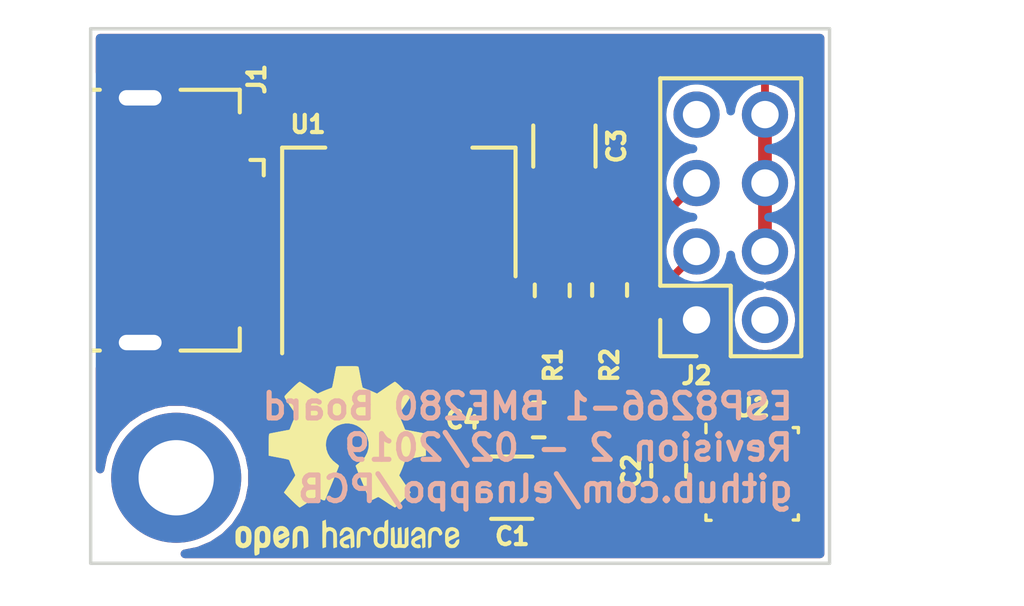
<source format=kicad_pcb>
(kicad_pcb (version 20171130) (host pcbnew "(5.0.1-3-g963ef8bb5)")

  (general
    (thickness 1.6)
    (drawings 5)
    (tracks 93)
    (zones 0)
    (modules 12)
    (nets 6)
  )

  (page A4)
  (layers
    (0 F.Cu signal)
    (31 B.Cu signal)
    (32 B.Adhes user)
    (33 F.Adhes user)
    (34 B.Paste user)
    (35 F.Paste user)
    (36 B.SilkS user)
    (37 F.SilkS user)
    (38 B.Mask user)
    (39 F.Mask user)
    (40 Dwgs.User user)
    (41 Cmts.User user)
    (42 Eco1.User user)
    (43 Eco2.User user)
    (44 Edge.Cuts user)
    (45 Margin user)
    (46 B.CrtYd user)
    (47 F.CrtYd user)
    (48 B.Fab user)
    (49 F.Fab user)
  )

  (setup
    (last_trace_width 0.2286)
    (trace_clearance 0.2032)
    (zone_clearance 0.1)
    (zone_45_only no)
    (trace_min 0.22)
    (segment_width 0.2)
    (edge_width 0.1)
    (via_size 0.8)
    (via_drill 0.4)
    (via_min_size 0.4)
    (via_min_drill 0.3)
    (uvia_size 0.3)
    (uvia_drill 0.1)
    (uvias_allowed no)
    (uvia_min_size 0.2)
    (uvia_min_drill 0.1)
    (pcb_text_width 0.3)
    (pcb_text_size 1.5 1.5)
    (mod_edge_width 0.15)
    (mod_text_size 1 1)
    (mod_text_width 0.15)
    (pad_size 1.5 1.5)
    (pad_drill 0.6)
    (pad_to_mask_clearance 0)
    (solder_mask_min_width 0.25)
    (aux_axis_origin 110.236 101.4476)
    (grid_origin 110.236 101.4476)
    (visible_elements FFFDFF7F)
    (pcbplotparams
      (layerselection 0x010fc_ffffffff)
      (usegerberextensions false)
      (usegerberattributes false)
      (usegerberadvancedattributes false)
      (creategerberjobfile false)
      (excludeedgelayer true)
      (linewidth 0.100000)
      (plotframeref false)
      (viasonmask false)
      (mode 1)
      (useauxorigin true)
      (hpglpennumber 1)
      (hpglpenspeed 20)
      (hpglpendiameter 15.000000)
      (psnegative false)
      (psa4output false)
      (plotreference true)
      (plotvalue false)
      (plotinvisibletext false)
      (padsonsilk false)
      (subtractmaskfromsilk false)
      (outputformat 1)
      (mirror false)
      (drillshape 0)
      (scaleselection 1)
      (outputdirectory "Gerber/"))
  )

  (net 0 "")
  (net 1 GND)
  (net 2 "Net-(C1-Pad1)")
  (net 3 "Net-(C2-Pad2)")
  (net 4 "Net-(J2-Pad3)")
  (net 5 "Net-(J2-Pad5)")

  (net_class Default "This is the default net class."
    (clearance 0.2032)
    (trace_width 0.2286)
    (via_dia 0.8)
    (via_drill 0.4)
    (uvia_dia 0.3)
    (uvia_drill 0.1)
    (add_net GND)
    (add_net "Net-(C1-Pad1)")
    (add_net "Net-(C2-Pad2)")
    (add_net "Net-(J2-Pad3)")
    (add_net "Net-(J2-Pad5)")
  )

  (module Connector_PinSocket_2.00mm:PinSocket_2x04_P2.00mm_Vertical (layer F.Cu) (tedit 5C33BF60) (tstamp 5C404E29)
    (at 127.9398 94.3356 180)
    (descr "Through hole straight socket strip, 2x04, 2.00mm pitch, double cols (from Kicad 4.0.7), script generated")
    (tags "Through hole socket strip THT 2x04 2.00mm double row")
    (path /5C2BE4A3)
    (fp_text reference J2 (at 0 -1.6256 180) (layer F.SilkS)
      (effects (font (size 0.5 0.5) (thickness 0.125)))
    )
    (fp_text value Conn_02x04_Odd_Even (at -1 8.5 180) (layer F.Fab)
      (effects (font (size 1 1) (thickness 0.15)))
    )
    (fp_line (start -3 -1) (end 0 -1) (layer F.Fab) (width 0.1))
    (fp_line (start 0 -1) (end 1 0) (layer F.Fab) (width 0.1))
    (fp_line (start 1 0) (end 1 7) (layer F.Fab) (width 0.1))
    (fp_line (start 1 7) (end -3 7) (layer F.Fab) (width 0.1))
    (fp_line (start -3 7) (end -3 -1) (layer F.Fab) (width 0.1))
    (fp_line (start -3.06 -1.06) (end -1 -1.06) (layer F.SilkS) (width 0.12))
    (fp_line (start -3.06 -1.06) (end -3.06 7.06) (layer F.SilkS) (width 0.12))
    (fp_line (start -3.06 7.06) (end 1.06 7.06) (layer F.SilkS) (width 0.12))
    (fp_line (start 1.06 1) (end 1.06 7.06) (layer F.SilkS) (width 0.12))
    (fp_line (start -1 1) (end 1.06 1) (layer F.SilkS) (width 0.12))
    (fp_line (start -1 -1.06) (end -1 1) (layer F.SilkS) (width 0.12))
    (fp_line (start 1.06 -1.06) (end 1.06 0) (layer F.SilkS) (width 0.12))
    (fp_line (start 0 -1.06) (end 1.06 -1.06) (layer F.SilkS) (width 0.12))
    (fp_line (start -3.5 -1.5) (end 1.5 -1.5) (layer F.CrtYd) (width 0.05))
    (fp_line (start 1.5 -1.5) (end 1.5 7.5) (layer F.CrtYd) (width 0.05))
    (fp_line (start 1.5 7.5) (end -3.5 7.5) (layer F.CrtYd) (width 0.05))
    (fp_line (start -3.5 7.5) (end -3.5 -1.5) (layer F.CrtYd) (width 0.05))
    (fp_text user %R (at -1 3 270) (layer F.Fab)
      (effects (font (size 1 1) (thickness 0.15)))
    )
    (pad 1 thru_hole rect (at 0 0 180) (size 1.35 1.35) (drill 0.8) (layers *.Cu *.Mask)
      (net 1 GND))
    (pad 2 thru_hole oval (at -2 0 180) (size 1.35 1.35) (drill 0.8) (layers *.Cu *.Mask))
    (pad 3 thru_hole oval (at 0 2 180) (size 1.35 1.35) (drill 0.8) (layers *.Cu *.Mask)
      (net 4 "Net-(J2-Pad3)"))
    (pad 4 thru_hole oval (at -2 2 180) (size 1.35 1.35) (drill 0.8) (layers *.Cu *.Mask)
      (net 3 "Net-(C2-Pad2)"))
    (pad 5 thru_hole oval (at 0 4 180) (size 1.35 1.35) (drill 0.8) (layers *.Cu *.Mask)
      (net 5 "Net-(J2-Pad5)"))
    (pad 6 thru_hole oval (at -2 4 180) (size 1.35 1.35) (drill 0.8) (layers *.Cu *.Mask)
      (net 3 "Net-(C2-Pad2)"))
    (pad 7 thru_hole oval (at 0 6 180) (size 1.35 1.35) (drill 0.8) (layers *.Cu *.Mask))
    (pad 8 thru_hole oval (at -2 6 180) (size 1.35 1.35) (drill 0.8) (layers *.Cu *.Mask)
      (net 3 "Net-(C2-Pad2)"))
    (model ${KISYS3DMOD}/Connector_PinSocket_2.00mm.3dshapes/PinSocket_2x04_P2.00mm_Vertical.wrl
      (at (xyz 0 0 0))
      (scale (xyz 1 1 1))
      (rotate (xyz 0 0 0))
    )
  )

  (module Connector_USB:USB_Micro-B_GCT_USB3076-30-A (layer F.Cu) (tedit 5C34E4CF) (tstamp 5C34E0F7)
    (at 112.8838 91.421 270)
    (descr "GCT Micro USB https://gct.co/files/drawings/usb3076.pdf")
    (tags "Micro-USB SMD Typ-B GCT")
    (path /5C2BCE30)
    (attr smd)
    (fp_text reference J1 (at -4.1212 -2.2036 90) (layer F.SilkS)
      (effects (font (size 0.5 0.5) (thickness 0.125)))
    )
    (fp_text value USB_B_Micro (at 0 -0.2478 270) (layer F.Fab)
      (effects (font (size 0.25 0.25) (thickness 0.0625)))
    )
    (fp_line (start -4.6 4.45) (end 4.6 4.45) (layer F.CrtYd) (width 0.05))
    (fp_line (start 4.6 -2.65) (end 4.6 4.45) (layer F.CrtYd) (width 0.05))
    (fp_line (start -4.6 -2.65) (end 4.6 -2.65) (layer F.CrtYd) (width 0.05))
    (fp_line (start -4.6 4.45) (end -4.6 -2.65) (layer F.CrtYd) (width 0.05))
    (fp_text user "PCB Edge" (at 0 2.65 270) (layer Dwgs.User)
      (effects (font (size 0.5 0.5) (thickness 0.08)))
    )
    (fp_line (start -3.81 -1.71) (end -3.15 -1.71) (layer F.SilkS) (width 0.12))
    (fp_line (start -3.81 0.02) (end -3.81 -1.71) (layer F.SilkS) (width 0.12))
    (fp_line (start 3.81 2.59) (end 3.81 2.38) (layer F.SilkS) (width 0.12))
    (fp_line (start 3.7 3.95) (end 3.7 -1.6) (layer F.Fab) (width 0.1))
    (fp_line (start -3 2.65) (end 3 2.65) (layer F.Fab) (width 0.1))
    (fp_line (start -3.7 3.95) (end 3.7 3.95) (layer F.Fab) (width 0.1))
    (fp_line (start -3.7 -1.6) (end 3.7 -1.6) (layer F.Fab) (width 0.1))
    (fp_line (start -3.7 3.95) (end -3.7 -1.6) (layer F.Fab) (width 0.1))
    (fp_line (start -3.81 2.59) (end -3.81 2.38) (layer F.SilkS) (width 0.12))
    (fp_line (start 3.81 0.02) (end 3.81 -1.71) (layer F.SilkS) (width 0.12))
    (fp_line (start 3.81 -1.71) (end 3.16 -1.71) (layer F.SilkS) (width 0.12))
    (fp_text user %R (at 0 0.85 270) (layer F.Fab)
      (effects (font (size 1 1) (thickness 0.15)))
    )
    (fp_line (start -1.76 -2.41) (end -1.31 -2.41) (layer F.SilkS) (width 0.12))
    (fp_line (start -1.76 -2.41) (end -1.76 -2.02) (layer F.SilkS) (width 0.12))
    (fp_line (start -1.3 -1.75) (end -1.5 -1.95) (layer F.Fab) (width 0.1))
    (fp_line (start -1.1 -1.95) (end -1.3 -1.75) (layer F.Fab) (width 0.1))
    (fp_line (start -1.5 -2.16) (end -1.1 -2.16) (layer F.Fab) (width 0.1))
    (fp_line (start -1.5 -2.16) (end -1.5 -1.95) (layer F.Fab) (width 0.1))
    (fp_line (start -1.1 -2.16) (end -1.1 -1.95) (layer F.Fab) (width 0.1))
    (pad 6 smd rect (at 1.125 1.2 270) (size 1.75 1.9) (layers F.Cu F.Paste F.Mask)
      (net 1 GND))
    (pad 2 smd rect (at -0.65 -1.45 270) (size 0.4 1.4) (layers F.Cu F.Paste F.Mask))
    (pad 1 smd rect (at -1.3 -1.45 270) (size 0.4 1.4) (layers F.Cu F.Paste F.Mask)
      (net 2 "Net-(C1-Pad1)"))
    (pad 5 smd rect (at 1.3 -1.45 270) (size 0.4 1.4) (layers F.Cu F.Paste F.Mask)
      (net 1 GND))
    (pad 4 smd rect (at 0.65 -1.45 270) (size 0.4 1.4) (layers F.Cu F.Paste F.Mask))
    (pad 3 smd rect (at 0 -1.45 270) (size 0.4 1.4) (layers F.Cu F.Paste F.Mask))
    (pad 6 smd rect (at -1.125 1.2 270) (size 1.75 1.9) (layers F.Cu F.Paste F.Mask)
      (net 1 GND))
    (pad 6 thru_hole oval (at -3.575 1.2 90) (size 1.05 1.9) (drill oval 0.45 1.25) (layers *.Cu *.Mask)
      (net 1 GND))
    (pad 6 thru_hole oval (at 3.575 1.2 270) (size 1.05 1.9) (drill oval 0.45 1.25) (layers *.Cu *.Mask)
      (net 1 GND))
    (pad 6 smd rect (at 2.32 -1.03 270) (size 1.15 1.45) (layers F.Cu F.Paste F.Mask)
      (net 1 GND))
    (pad 6 smd rect (at -2.32 -1.03 270) (size 1.15 1.45) (layers F.Cu F.Paste F.Mask)
      (net 1 GND))
    (model ${KISYS3DMOD}/Connector_USB.3dshapes/USB_Micro-B_GCT_USB3076-30-A.wrl
      (at (xyz 0 0 0))
      (scale (xyz 1 1 1))
      (rotate (xyz 0 0 0))
    )
  )

  (module Package_TO_SOT_SMD:SOT-223-3_TabPin2 (layer F.Cu) (tedit 5C351383) (tstamp 5C34DDB0)
    (at 119.2416 91.211 90)
    (descr "module CMS SOT223 4 pins")
    (tags "CMS SOT")
    (path /5C2BCF77)
    (attr smd)
    (fp_text reference U1 (at 2.5904 -2.6556 180) (layer F.SilkS)
      (effects (font (size 0.5 0.5) (thickness 0.125)))
    )
    (fp_text value AMS1117-3.3 (at -0.0254 0 180) (layer F.Fab)
      (effects (font (size 0.25 0.25) (thickness 0.0625)))
    )
    (fp_text user %R (at 0 0 180) (layer F.Fab)
      (effects (font (size 0.8 0.8) (thickness 0.12)))
    )
    (fp_line (start 1.91 3.41) (end 1.91 2.15) (layer F.SilkS) (width 0.12))
    (fp_line (start 1.91 -3.41) (end 1.91 -2.15) (layer F.SilkS) (width 0.12))
    (fp_line (start 4.4 -3.6) (end -4.4 -3.6) (layer F.CrtYd) (width 0.05))
    (fp_line (start 4.4 3.6) (end 4.4 -3.6) (layer F.CrtYd) (width 0.05))
    (fp_line (start -4.4 3.6) (end 4.4 3.6) (layer F.CrtYd) (width 0.05))
    (fp_line (start -4.4 -3.6) (end -4.4 3.6) (layer F.CrtYd) (width 0.05))
    (fp_line (start -1.85 -2.35) (end -0.85 -3.35) (layer F.Fab) (width 0.1))
    (fp_line (start -1.85 -2.35) (end -1.85 3.35) (layer F.Fab) (width 0.1))
    (fp_line (start -1.85 3.41) (end 1.91 3.41) (layer F.SilkS) (width 0.12))
    (fp_line (start -0.85 -3.35) (end 1.85 -3.35) (layer F.Fab) (width 0.1))
    (fp_line (start -4.1 -3.41) (end 1.91 -3.41) (layer F.SilkS) (width 0.12))
    (fp_line (start -1.85 3.35) (end 1.85 3.35) (layer F.Fab) (width 0.1))
    (fp_line (start 1.85 -3.35) (end 1.85 3.35) (layer F.Fab) (width 0.1))
    (pad 2 smd rect (at 3.15 0 90) (size 2 3.8) (layers F.Cu F.Paste F.Mask)
      (net 3 "Net-(C2-Pad2)"))
    (pad 2 smd rect (at -3.15 0 90) (size 2 1.5) (layers F.Cu F.Paste F.Mask)
      (net 3 "Net-(C2-Pad2)"))
    (pad 3 smd rect (at -3.15 2.3 90) (size 2 1.5) (layers F.Cu F.Paste F.Mask)
      (net 2 "Net-(C1-Pad1)"))
    (pad 1 smd rect (at -3.15 -2.3 90) (size 2 1.5) (layers F.Cu F.Paste F.Mask)
      (net 1 GND))
    (model ${KISYS3DMOD}/Package_TO_SOT_SMD.3dshapes/SOT-223.wrl
      (at (xyz 0 0 0))
      (scale (xyz 1 1 1))
      (rotate (xyz 0 0 0))
    )
  )

  (module Package_LGA:Bosch_LGA-8_2.5x2.5mm_P0.65mm_ClockwisePinNumbering (layer F.Cu) (tedit 5C34E503) (tstamp 5C34DBB8)
    (at 129.5654 98.8314)
    (descr LGA-8)
    (tags "lga land grid array")
    (path /5C2BD2FC)
    (attr smd)
    (fp_text reference U2 (at 0 -1.9304) (layer F.SilkS)
      (effects (font (size 0.5 0.5) (thickness 0.125)))
    )
    (fp_text value BME280 (at 0.015 0) (layer F.Fab)
      (effects (font (size 0.25 0.25) (thickness 0.0625)))
    )
    (fp_text user %R (at 0 0 -180) (layer F.Fab)
      (effects (font (size 0.5 0.5) (thickness 0.075)))
    )
    (fp_line (start -1.35 1.36) (end -1.2 1.36) (layer F.SilkS) (width 0.1))
    (fp_line (start -1.25 -0.5) (end -0.5 -1.25) (layer F.Fab) (width 0.1))
    (fp_line (start -1.35 1.35) (end -1.35 1.2) (layer F.SilkS) (width 0.1))
    (fp_line (start 1.35 1.35) (end 1.35 1.2) (layer F.SilkS) (width 0.1))
    (fp_line (start 1.35 1.35) (end 1.2 1.35) (layer F.SilkS) (width 0.1))
    (fp_line (start 1.2 -1.35) (end 1.35 -1.35) (layer F.SilkS) (width 0.1))
    (fp_line (start 1.35 -1.35) (end 1.35 -1.2) (layer F.SilkS) (width 0.1))
    (fp_line (start -1.35 -1.2) (end -1.35 -1.45) (layer F.SilkS) (width 0.1))
    (fp_line (start -1.25 1.25) (end -1.25 -0.5) (layer F.Fab) (width 0.1))
    (fp_line (start -0.5 -1.25) (end 1.25 -1.25) (layer F.Fab) (width 0.1))
    (fp_line (start 1.25 -1.25) (end 1.25 1.25) (layer F.Fab) (width 0.1))
    (fp_line (start 1.25 1.25) (end -1.25 1.25) (layer F.Fab) (width 0.1))
    (fp_line (start -1.41 1.54) (end -1.41 -1.54) (layer F.CrtYd) (width 0.05))
    (fp_line (start -1.41 -1.54) (end 1.41 -1.54) (layer F.CrtYd) (width 0.05))
    (fp_line (start 1.41 -1.54) (end 1.41 1.54) (layer F.CrtYd) (width 0.05))
    (fp_line (start 1.41 1.54) (end -1.41 1.54) (layer F.CrtYd) (width 0.05))
    (pad 4 smd rect (at 0.975 -1.025 90) (size 0.5 0.35) (layers F.Cu F.Paste F.Mask)
      (net 4 "Net-(J2-Pad3)"))
    (pad 3 smd rect (at 0.325 -1.025 90) (size 0.5 0.35) (layers F.Cu F.Paste F.Mask)
      (net 5 "Net-(J2-Pad5)"))
    (pad 2 smd rect (at -0.325 -1.025 90) (size 0.5 0.35) (layers F.Cu F.Paste F.Mask)
      (net 3 "Net-(C2-Pad2)"))
    (pad 1 smd rect (at -0.975 -1.025 90) (size 0.5 0.35) (layers F.Cu F.Paste F.Mask)
      (net 1 GND))
    (pad 8 smd rect (at -0.975 1.025 90) (size 0.5 0.35) (layers F.Cu F.Paste F.Mask)
      (net 3 "Net-(C2-Pad2)"))
    (pad 7 smd rect (at -0.325 1.025 90) (size 0.5 0.35) (layers F.Cu F.Paste F.Mask)
      (net 1 GND))
    (pad 6 smd rect (at 0.325 1.025 90) (size 0.5 0.35) (layers F.Cu F.Paste F.Mask)
      (net 3 "Net-(C2-Pad2)"))
    (pad 5 smd rect (at 0.975 1.025 90) (size 0.5 0.35) (layers F.Cu F.Paste F.Mask)
      (net 1 GND))
    (model ${KISYS3DMOD}/Package_LGA.3dshapes/Bosch_LGA-8_2.5x2.5mm_P0.65mm_ClockwisePinNumbering.wrl
      (offset (xyz 0.01500000025472259 -0.03500000059435272 0))
      (scale (xyz 1 1 1))
      (rotate (xyz 0 0 0))
    )
    (model /Users/elnappo/Coding/KiCad/libs/3d/BME280--3DModel-STEP-56544.STEP
      (at (xyz 0 0 0))
      (scale (xyz 1 1 1))
      (rotate (xyz -90 0 0))
    )
  )

  (module Capacitor_SMD:C_0603_1608Metric_Pad1.05x0.95mm_HandSolder (layer F.Cu) (tedit 5C34E4E4) (tstamp 5C402E58)
    (at 127.127 98.7438 90)
    (descr "Capacitor SMD 0603 (1608 Metric), square (rectangular) end terminal, IPC_7351 nominal with elongated pad for handsoldering. (Body size source: http://www.tortai-tech.com/upload/download/2011102023233369053.pdf), generated with kicad-footprint-generator")
    (tags "capacitor handsolder")
    (path /5C2C089C)
    (attr smd)
    (fp_text reference C2 (at -0.0114 -1.0922 270) (layer F.SilkS)
      (effects (font (size 0.5 0.5) (thickness 0.125)))
    )
    (fp_text value "100 nF" (at -0.635 1.4224) (layer F.Fab)
      (effects (font (size 0.25 0.25) (thickness 0.0625)))
    )
    (fp_line (start -0.8 0.4) (end -0.8 -0.4) (layer F.Fab) (width 0.1))
    (fp_line (start -0.8 -0.4) (end 0.8 -0.4) (layer F.Fab) (width 0.1))
    (fp_line (start 0.8 -0.4) (end 0.8 0.4) (layer F.Fab) (width 0.1))
    (fp_line (start 0.8 0.4) (end -0.8 0.4) (layer F.Fab) (width 0.1))
    (fp_line (start -0.171267 -0.51) (end 0.171267 -0.51) (layer F.SilkS) (width 0.12))
    (fp_line (start -0.171267 0.51) (end 0.171267 0.51) (layer F.SilkS) (width 0.12))
    (fp_line (start -1.65 0.73) (end -1.65 -0.73) (layer F.CrtYd) (width 0.05))
    (fp_line (start -1.65 -0.73) (end 1.65 -0.73) (layer F.CrtYd) (width 0.05))
    (fp_line (start 1.65 -0.73) (end 1.65 0.73) (layer F.CrtYd) (width 0.05))
    (fp_line (start 1.65 0.73) (end -1.65 0.73) (layer F.CrtYd) (width 0.05))
    (fp_text user %R (at 0 0 90) (layer F.Fab)
      (effects (font (size 0.4 0.4) (thickness 0.06)))
    )
    (pad 1 smd roundrect (at -0.875 0 90) (size 1.05 0.95) (layers F.Cu F.Paste F.Mask) (roundrect_rratio 0.25)
      (net 1 GND))
    (pad 2 smd roundrect (at 0.875 0 90) (size 1.05 0.95) (layers F.Cu F.Paste F.Mask) (roundrect_rratio 0.25)
      (net 3 "Net-(C2-Pad2)"))
    (model ${KISYS3DMOD}/Capacitor_SMD.3dshapes/C_0603_1608Metric.wrl
      (at (xyz 0 0 0))
      (scale (xyz 1 1 1))
      (rotate (xyz 0 0 0))
    )
  )

  (module Capacitor_SMD:C_0603_1608Metric_Pad1.05x0.95mm_HandSolder (layer F.Cu) (tedit 5C34E4D5) (tstamp 5C34DD03)
    (at 123.3284 97.2566 180)
    (descr "Capacitor SMD 0603 (1608 Metric), square (rectangular) end terminal, IPC_7351 nominal with elongated pad for handsoldering. (Body size source: http://www.tortai-tech.com/upload/download/2011102023233369053.pdf), generated with kicad-footprint-generator")
    (tags "capacitor handsolder")
    (path /5C33F54A)
    (attr smd)
    (fp_text reference C4 (at 2.2212 0 180) (layer F.SilkS)
      (effects (font (size 0.5 0.5) (thickness 0.125)))
    )
    (fp_text value "100 nF" (at 2.3736 -0.3302 180) (layer F.Fab)
      (effects (font (size 0.25 0.25) (thickness 0.0625)))
    )
    (fp_text user %R (at 0 0 180) (layer F.Fab)
      (effects (font (size 0.4 0.4) (thickness 0.06)))
    )
    (fp_line (start 1.65 0.73) (end -1.65 0.73) (layer F.CrtYd) (width 0.05))
    (fp_line (start 1.65 -0.73) (end 1.65 0.73) (layer F.CrtYd) (width 0.05))
    (fp_line (start -1.65 -0.73) (end 1.65 -0.73) (layer F.CrtYd) (width 0.05))
    (fp_line (start -1.65 0.73) (end -1.65 -0.73) (layer F.CrtYd) (width 0.05))
    (fp_line (start -0.171267 0.51) (end 0.171267 0.51) (layer F.SilkS) (width 0.12))
    (fp_line (start -0.171267 -0.51) (end 0.171267 -0.51) (layer F.SilkS) (width 0.12))
    (fp_line (start 0.8 0.4) (end -0.8 0.4) (layer F.Fab) (width 0.1))
    (fp_line (start 0.8 -0.4) (end 0.8 0.4) (layer F.Fab) (width 0.1))
    (fp_line (start -0.8 -0.4) (end 0.8 -0.4) (layer F.Fab) (width 0.1))
    (fp_line (start -0.8 0.4) (end -0.8 -0.4) (layer F.Fab) (width 0.1))
    (pad 2 smd roundrect (at 0.875 0 180) (size 1.05 0.95) (layers F.Cu F.Paste F.Mask) (roundrect_rratio 0.25)
      (net 2 "Net-(C1-Pad1)"))
    (pad 1 smd roundrect (at -0.875 0 180) (size 1.05 0.95) (layers F.Cu F.Paste F.Mask) (roundrect_rratio 0.25)
      (net 1 GND))
    (model ${KISYS3DMOD}/Capacitor_SMD.3dshapes/C_0603_1608Metric.wrl
      (at (xyz 0 0 0))
      (scale (xyz 1 1 1))
      (rotate (xyz 0 0 0))
    )
  )

  (module Resistor_SMD:R_0603_1608Metric_Pad1.05x0.95mm_HandSolder (layer F.Cu) (tedit 5C34E4F3) (tstamp 5C402E88)
    (at 123.7234 93.472 90)
    (descr "Resistor SMD 0603 (1608 Metric), square (rectangular) end terminal, IPC_7351 nominal with elongated pad for handsoldering. (Body size source: http://www.tortai-tech.com/upload/download/2011102023233369053.pdf), generated with kicad-footprint-generator")
    (tags "resistor handsolder")
    (path /5C2BF553)
    (attr smd)
    (fp_text reference R1 (at -2.1844 0.0254 270) (layer F.SilkS)
      (effects (font (size 0.5 0.5) (thickness 0.125)))
    )
    (fp_text value 4.7k (at 0 0 180) (layer F.Fab)
      (effects (font (size 0.25 0.25) (thickness 0.0625)))
    )
    (fp_line (start -0.8 0.4) (end -0.8 -0.4) (layer F.Fab) (width 0.1))
    (fp_line (start -0.8 -0.4) (end 0.8 -0.4) (layer F.Fab) (width 0.1))
    (fp_line (start 0.8 -0.4) (end 0.8 0.4) (layer F.Fab) (width 0.1))
    (fp_line (start 0.8 0.4) (end -0.8 0.4) (layer F.Fab) (width 0.1))
    (fp_line (start -0.171267 -0.51) (end 0.171267 -0.51) (layer F.SilkS) (width 0.12))
    (fp_line (start -0.171267 0.51) (end 0.171267 0.51) (layer F.SilkS) (width 0.12))
    (fp_line (start -1.65 0.73) (end -1.65 -0.73) (layer F.CrtYd) (width 0.05))
    (fp_line (start -1.65 -0.73) (end 1.65 -0.73) (layer F.CrtYd) (width 0.05))
    (fp_line (start 1.65 -0.73) (end 1.65 0.73) (layer F.CrtYd) (width 0.05))
    (fp_line (start 1.65 0.73) (end -1.65 0.73) (layer F.CrtYd) (width 0.05))
    (fp_text user %R (at 0 0 90) (layer F.Fab)
      (effects (font (size 0.4 0.4) (thickness 0.06)))
    )
    (pad 1 smd roundrect (at -0.875 0 90) (size 1.05 0.95) (layers F.Cu F.Paste F.Mask) (roundrect_rratio 0.25)
      (net 5 "Net-(J2-Pad5)"))
    (pad 2 smd roundrect (at 0.875 0 90) (size 1.05 0.95) (layers F.Cu F.Paste F.Mask) (roundrect_rratio 0.25)
      (net 3 "Net-(C2-Pad2)"))
    (model ${KISYS3DMOD}/Resistor_SMD.3dshapes/R_0603_1608Metric.wrl
      (at (xyz 0 0 0))
      (scale (xyz 1 1 1))
      (rotate (xyz 0 0 0))
    )
  )

  (module Resistor_SMD:R_0603_1608Metric_Pad1.05x0.95mm_HandSolder (layer F.Cu) (tedit 5C34E4FB) (tstamp 5C402E98)
    (at 125.3998 93.4606 90)
    (descr "Resistor SMD 0603 (1608 Metric), square (rectangular) end terminal, IPC_7351 nominal with elongated pad for handsoldering. (Body size source: http://www.tortai-tech.com/upload/download/2011102023233369053.pdf), generated with kicad-footprint-generator")
    (tags "resistor handsolder")
    (path /5C2BF5CF)
    (attr smd)
    (fp_text reference R2 (at -2.1958 0 270) (layer F.SilkS)
      (effects (font (size 0.5 0.5) (thickness 0.125)))
    )
    (fp_text value 4.7k (at -0.0114 0 180) (layer F.Fab)
      (effects (font (size 0.25 0.25) (thickness 0.0625)))
    )
    (fp_text user %R (at 0 0 90) (layer F.Fab)
      (effects (font (size 0.4 0.4) (thickness 0.06)))
    )
    (fp_line (start 1.65 0.73) (end -1.65 0.73) (layer F.CrtYd) (width 0.05))
    (fp_line (start 1.65 -0.73) (end 1.65 0.73) (layer F.CrtYd) (width 0.05))
    (fp_line (start -1.65 -0.73) (end 1.65 -0.73) (layer F.CrtYd) (width 0.05))
    (fp_line (start -1.65 0.73) (end -1.65 -0.73) (layer F.CrtYd) (width 0.05))
    (fp_line (start -0.171267 0.51) (end 0.171267 0.51) (layer F.SilkS) (width 0.12))
    (fp_line (start -0.171267 -0.51) (end 0.171267 -0.51) (layer F.SilkS) (width 0.12))
    (fp_line (start 0.8 0.4) (end -0.8 0.4) (layer F.Fab) (width 0.1))
    (fp_line (start 0.8 -0.4) (end 0.8 0.4) (layer F.Fab) (width 0.1))
    (fp_line (start -0.8 -0.4) (end 0.8 -0.4) (layer F.Fab) (width 0.1))
    (fp_line (start -0.8 0.4) (end -0.8 -0.4) (layer F.Fab) (width 0.1))
    (pad 2 smd roundrect (at 0.875 0 90) (size 1.05 0.95) (layers F.Cu F.Paste F.Mask) (roundrect_rratio 0.25)
      (net 3 "Net-(C2-Pad2)"))
    (pad 1 smd roundrect (at -0.875 0 90) (size 1.05 0.95) (layers F.Cu F.Paste F.Mask) (roundrect_rratio 0.25)
      (net 4 "Net-(J2-Pad3)"))
    (model ${KISYS3DMOD}/Resistor_SMD.3dshapes/R_0603_1608Metric.wrl
      (at (xyz 0 0 0))
      (scale (xyz 1 1 1))
      (rotate (xyz 0 0 0))
    )
  )

  (module Capacitor_SMD:C_1206_3216Metric_Pad1.42x1.75mm_HandSolder (layer F.Cu) (tedit 5C34E4DD) (tstamp 5C405110)
    (at 122.5407 99.2378)
    (descr "Capacitor SMD 1206 (3216 Metric), square (rectangular) end terminal, IPC_7351 nominal with elongated pad for handsoldering. (Body size source: http://www.tortai-tech.com/upload/download/2011102023233369053.pdf), generated with kicad-footprint-generator")
    (tags "capacitor handsolder")
    (path /5C2C3BFA)
    (attr smd)
    (fp_text reference C1 (at 0.0143 1.4224) (layer F.SilkS)
      (effects (font (size 0.5 0.5) (thickness 0.125)))
    )
    (fp_text value "10 uF" (at 0 0) (layer F.Fab)
      (effects (font (size 0.25 0.25) (thickness 0.0625)))
    )
    (fp_line (start -1.6 0.8) (end -1.6 -0.8) (layer F.Fab) (width 0.1))
    (fp_line (start -1.6 -0.8) (end 1.6 -0.8) (layer F.Fab) (width 0.1))
    (fp_line (start 1.6 -0.8) (end 1.6 0.8) (layer F.Fab) (width 0.1))
    (fp_line (start 1.6 0.8) (end -1.6 0.8) (layer F.Fab) (width 0.1))
    (fp_line (start -0.602064 -0.91) (end 0.602064 -0.91) (layer F.SilkS) (width 0.12))
    (fp_line (start -0.602064 0.91) (end 0.602064 0.91) (layer F.SilkS) (width 0.12))
    (fp_line (start -2.45 1.12) (end -2.45 -1.12) (layer F.CrtYd) (width 0.05))
    (fp_line (start -2.45 -1.12) (end 2.45 -1.12) (layer F.CrtYd) (width 0.05))
    (fp_line (start 2.45 -1.12) (end 2.45 1.12) (layer F.CrtYd) (width 0.05))
    (fp_line (start 2.45 1.12) (end -2.45 1.12) (layer F.CrtYd) (width 0.05))
    (fp_text user %R (at 0 0) (layer F.Fab)
      (effects (font (size 0.8 0.8) (thickness 0.12)))
    )
    (pad 1 smd roundrect (at -1.4875 0) (size 1.425 1.75) (layers F.Cu F.Paste F.Mask) (roundrect_rratio 0.175439)
      (net 2 "Net-(C1-Pad1)"))
    (pad 2 smd roundrect (at 1.4875 0) (size 1.425 1.75) (layers F.Cu F.Paste F.Mask) (roundrect_rratio 0.175439)
      (net 1 GND))
    (model ${KISYS3DMOD}/Capacitor_SMD.3dshapes/C_1206_3216Metric.wrl
      (at (xyz 0 0 0))
      (scale (xyz 1 1 1))
      (rotate (xyz 0 0 0))
    )
  )

  (module Capacitor_SMD:C_1206_3216Metric_Pad1.42x1.75mm_HandSolder (layer F.Cu) (tedit 5C34E4EC) (tstamp 5C4033BB)
    (at 124.079 89.2556 90)
    (descr "Capacitor SMD 1206 (3216 Metric), square (rectangular) end terminal, IPC_7351 nominal with elongated pad for handsoldering. (Body size source: http://www.tortai-tech.com/upload/download/2011102023233369053.pdf), generated with kicad-footprint-generator")
    (tags "capacitor handsolder")
    (path /5C2C3DAC)
    (attr smd)
    (fp_text reference C3 (at 0 1.524 90) (layer F.SilkS)
      (effects (font (size 0.5 0.5) (thickness 0.125)))
    )
    (fp_text value "10 uF" (at 0 0 90) (layer F.Fab)
      (effects (font (size 0.25 0.25) (thickness 0.0625)))
    )
    (fp_text user %R (at 0 0 90) (layer F.Fab)
      (effects (font (size 0.8 0.8) (thickness 0.12)))
    )
    (fp_line (start 2.45 1.12) (end -2.45 1.12) (layer F.CrtYd) (width 0.05))
    (fp_line (start 2.45 -1.12) (end 2.45 1.12) (layer F.CrtYd) (width 0.05))
    (fp_line (start -2.45 -1.12) (end 2.45 -1.12) (layer F.CrtYd) (width 0.05))
    (fp_line (start -2.45 1.12) (end -2.45 -1.12) (layer F.CrtYd) (width 0.05))
    (fp_line (start -0.602064 0.91) (end 0.602064 0.91) (layer F.SilkS) (width 0.12))
    (fp_line (start -0.602064 -0.91) (end 0.602064 -0.91) (layer F.SilkS) (width 0.12))
    (fp_line (start 1.6 0.8) (end -1.6 0.8) (layer F.Fab) (width 0.1))
    (fp_line (start 1.6 -0.8) (end 1.6 0.8) (layer F.Fab) (width 0.1))
    (fp_line (start -1.6 -0.8) (end 1.6 -0.8) (layer F.Fab) (width 0.1))
    (fp_line (start -1.6 0.8) (end -1.6 -0.8) (layer F.Fab) (width 0.1))
    (pad 2 smd roundrect (at 1.4875 0 90) (size 1.425 1.75) (layers F.Cu F.Paste F.Mask) (roundrect_rratio 0.175439)
      (net 1 GND))
    (pad 1 smd roundrect (at -1.4875 0 90) (size 1.425 1.75) (layers F.Cu F.Paste F.Mask) (roundrect_rratio 0.175439)
      (net 3 "Net-(C2-Pad2)"))
    (model ${KISYS3DMOD}/Capacitor_SMD.3dshapes/C_1206_3216Metric.wrl
      (at (xyz 0 0 0))
      (scale (xyz 1 1 1))
      (rotate (xyz 0 0 0))
    )
  )

  (module Symbol:OSHW-Logo2_7.3x6mm_SilkScreen (layer F.Cu) (tedit 0) (tstamp 5C3B4715)
    (at 117.736 98.4476)
    (descr "Open Source Hardware Symbol")
    (tags "Logo Symbol OSHW")
    (attr virtual)
    (fp_text reference REF** (at 0 0) (layer F.SilkS) hide
      (effects (font (size 1 1) (thickness 0.15)))
    )
    (fp_text value OSHW-Logo2_7.3x6mm_SilkScreen (at 0.75 0) (layer F.Fab) hide
      (effects (font (size 1 1) (thickness 0.15)))
    )
    (fp_poly (pts (xy 0.10391 -2.757652) (xy 0.182454 -2.757222) (xy 0.239298 -2.756058) (xy 0.278105 -2.753793)
      (xy 0.302538 -2.75006) (xy 0.316262 -2.744494) (xy 0.32294 -2.736727) (xy 0.326236 -2.726395)
      (xy 0.326556 -2.725057) (xy 0.331562 -2.700921) (xy 0.340829 -2.653299) (xy 0.353392 -2.587259)
      (xy 0.368287 -2.507872) (xy 0.384551 -2.420204) (xy 0.385119 -2.417125) (xy 0.40141 -2.331211)
      (xy 0.416652 -2.255304) (xy 0.429861 -2.193955) (xy 0.440054 -2.151718) (xy 0.446248 -2.133145)
      (xy 0.446543 -2.132816) (xy 0.464788 -2.123747) (xy 0.502405 -2.108633) (xy 0.551271 -2.090738)
      (xy 0.551543 -2.090642) (xy 0.613093 -2.067507) (xy 0.685657 -2.038035) (xy 0.754057 -2.008403)
      (xy 0.757294 -2.006938) (xy 0.868702 -1.956374) (xy 1.115399 -2.12484) (xy 1.191077 -2.176197)
      (xy 1.259631 -2.222111) (xy 1.317088 -2.25997) (xy 1.359476 -2.287163) (xy 1.382825 -2.301079)
      (xy 1.385042 -2.302111) (xy 1.40201 -2.297516) (xy 1.433701 -2.275345) (xy 1.481352 -2.234553)
      (xy 1.546198 -2.174095) (xy 1.612397 -2.109773) (xy 1.676214 -2.046388) (xy 1.733329 -1.988549)
      (xy 1.780305 -1.939825) (xy 1.813703 -1.90379) (xy 1.830085 -1.884016) (xy 1.830694 -1.882998)
      (xy 1.832505 -1.869428) (xy 1.825683 -1.847267) (xy 1.80854 -1.813522) (xy 1.779393 -1.7652)
      (xy 1.736555 -1.699308) (xy 1.679448 -1.614483) (xy 1.628766 -1.539823) (xy 1.583461 -1.47286)
      (xy 1.54615 -1.417484) (xy 1.519452 -1.37758) (xy 1.505985 -1.357038) (xy 1.505137 -1.355644)
      (xy 1.506781 -1.335962) (xy 1.519245 -1.297707) (xy 1.540048 -1.248111) (xy 1.547462 -1.232272)
      (xy 1.579814 -1.16171) (xy 1.614328 -1.081647) (xy 1.642365 -1.012371) (xy 1.662568 -0.960955)
      (xy 1.678615 -0.921881) (xy 1.687888 -0.901459) (xy 1.689041 -0.899886) (xy 1.706096 -0.897279)
      (xy 1.746298 -0.890137) (xy 1.804302 -0.879477) (xy 1.874763 -0.866315) (xy 1.952335 -0.851667)
      (xy 2.031672 -0.836551) (xy 2.107431 -0.821982) (xy 2.174264 -0.808978) (xy 2.226828 -0.798555)
      (xy 2.259776 -0.79173) (xy 2.267857 -0.789801) (xy 2.276205 -0.785038) (xy 2.282506 -0.774282)
      (xy 2.287045 -0.753902) (xy 2.290104 -0.720266) (xy 2.291967 -0.669745) (xy 2.292918 -0.598708)
      (xy 2.29324 -0.503524) (xy 2.293257 -0.464508) (xy 2.293257 -0.147201) (xy 2.217057 -0.132161)
      (xy 2.174663 -0.124005) (xy 2.1114 -0.112101) (xy 2.034962 -0.097884) (xy 1.953043 -0.08279)
      (xy 1.9304 -0.078645) (xy 1.854806 -0.063947) (xy 1.788953 -0.049495) (xy 1.738366 -0.036625)
      (xy 1.708574 -0.026678) (xy 1.703612 -0.023713) (xy 1.691426 -0.002717) (xy 1.673953 0.037967)
      (xy 1.654577 0.090322) (xy 1.650734 0.1016) (xy 1.625339 0.171523) (xy 1.593817 0.250418)
      (xy 1.562969 0.321266) (xy 1.562817 0.321595) (xy 1.511447 0.432733) (xy 1.680399 0.681253)
      (xy 1.849352 0.929772) (xy 1.632429 1.147058) (xy 1.566819 1.211726) (xy 1.506979 1.268733)
      (xy 1.456267 1.315033) (xy 1.418046 1.347584) (xy 1.395675 1.363343) (xy 1.392466 1.364343)
      (xy 1.373626 1.356469) (xy 1.33518 1.334578) (xy 1.28133 1.301267) (xy 1.216276 1.259131)
      (xy 1.14594 1.211943) (xy 1.074555 1.16381) (xy 1.010908 1.121928) (xy 0.959041 1.088871)
      (xy 0.922995 1.067218) (xy 0.906867 1.059543) (xy 0.887189 1.066037) (xy 0.849875 1.08315)
      (xy 0.802621 1.107326) (xy 0.797612 1.110013) (xy 0.733977 1.141927) (xy 0.690341 1.157579)
      (xy 0.663202 1.157745) (xy 0.649057 1.143204) (xy 0.648975 1.143) (xy 0.641905 1.125779)
      (xy 0.625042 1.084899) (xy 0.599695 1.023525) (xy 0.567171 0.944819) (xy 0.528778 0.851947)
      (xy 0.485822 0.748072) (xy 0.444222 0.647502) (xy 0.398504 0.536516) (xy 0.356526 0.433703)
      (xy 0.319548 0.342215) (xy 0.288827 0.265201) (xy 0.265622 0.205815) (xy 0.25119 0.167209)
      (xy 0.246743 0.1528) (xy 0.257896 0.136272) (xy 0.287069 0.10993) (xy 0.325971 0.080887)
      (xy 0.436757 -0.010961) (xy 0.523351 -0.116241) (xy 0.584716 -0.232734) (xy 0.619815 -0.358224)
      (xy 0.627608 -0.490493) (xy 0.621943 -0.551543) (xy 0.591078 -0.678205) (xy 0.53792 -0.790059)
      (xy 0.465767 -0.885999) (xy 0.377917 -0.964924) (xy 0.277665 -1.02573) (xy 0.16831 -1.067313)
      (xy 0.053147 -1.088572) (xy -0.064525 -1.088401) (xy -0.18141 -1.065699) (xy -0.294211 -1.019362)
      (xy -0.399631 -0.948287) (xy -0.443632 -0.908089) (xy -0.528021 -0.804871) (xy -0.586778 -0.692075)
      (xy -0.620296 -0.57299) (xy -0.628965 -0.450905) (xy -0.613177 -0.329107) (xy -0.573322 -0.210884)
      (xy -0.509793 -0.099525) (xy -0.422979 0.001684) (xy -0.325971 0.080887) (xy -0.285563 0.111162)
      (xy -0.257018 0.137219) (xy -0.246743 0.152825) (xy -0.252123 0.169843) (xy -0.267425 0.2105)
      (xy -0.291388 0.271642) (xy -0.322756 0.350119) (xy -0.360268 0.44278) (xy -0.402667 0.546472)
      (xy -0.444337 0.647526) (xy -0.49031 0.758607) (xy -0.532893 0.861541) (xy -0.570779 0.953165)
      (xy -0.60266 1.030316) (xy -0.627229 1.089831) (xy -0.64318 1.128544) (xy -0.64909 1.143)
      (xy -0.663052 1.157685) (xy -0.69006 1.157642) (xy -0.733587 1.142099) (xy -0.79711 1.110284)
      (xy -0.797612 1.110013) (xy -0.84544 1.085323) (xy -0.884103 1.067338) (xy -0.905905 1.059614)
      (xy -0.906867 1.059543) (xy -0.923279 1.067378) (xy -0.959513 1.089165) (xy -1.011526 1.122328)
      (xy -1.075275 1.164291) (xy -1.14594 1.211943) (xy -1.217884 1.260191) (xy -1.282726 1.302151)
      (xy -1.336265 1.335227) (xy -1.374303 1.356821) (xy -1.392467 1.364343) (xy -1.409192 1.354457)
      (xy -1.44282 1.326826) (xy -1.48999 1.284495) (xy -1.547342 1.230505) (xy -1.611516 1.167899)
      (xy -1.632503 1.146983) (xy -1.849501 0.929623) (xy -1.684332 0.68722) (xy -1.634136 0.612781)
      (xy -1.590081 0.545972) (xy -1.554638 0.490665) (xy -1.530281 0.450729) (xy -1.519478 0.430036)
      (xy -1.519162 0.428563) (xy -1.524857 0.409058) (xy -1.540174 0.369822) (xy -1.562463 0.31743)
      (xy -1.578107 0.282355) (xy -1.607359 0.215201) (xy -1.634906 0.147358) (xy -1.656263 0.090034)
      (xy -1.662065 0.072572) (xy -1.678548 0.025938) (xy -1.69466 -0.010095) (xy -1.70351 -0.023713)
      (xy -1.72304 -0.032048) (xy -1.765666 -0.043863) (xy -1.825855 -0.057819) (xy -1.898078 -0.072578)
      (xy -1.9304 -0.078645) (xy -2.012478 -0.093727) (xy -2.091205 -0.108331) (xy -2.158891 -0.12102)
      (xy -2.20784 -0.130358) (xy -2.217057 -0.132161) (xy -2.293257 -0.147201) (xy -2.293257 -0.464508)
      (xy -2.293086 -0.568846) (xy -2.292384 -0.647787) (xy -2.290866 -0.704962) (xy -2.288251 -0.744001)
      (xy -2.284254 -0.768535) (xy -2.278591 -0.782195) (xy -2.27098 -0.788611) (xy -2.267857 -0.789801)
      (xy -2.249022 -0.79402) (xy -2.207412 -0.802438) (xy -2.14837 -0.814039) (xy -2.077243 -0.827805)
      (xy -1.999375 -0.84272) (xy -1.920113 -0.857768) (xy -1.844802 -0.871931) (xy -1.778787 -0.884194)
      (xy -1.727413 -0.893539) (xy -1.696025 -0.89895) (xy -1.689041 -0.899886) (xy -1.682715 -0.912404)
      (xy -1.66871 -0.945754) (xy -1.649645 -0.993623) (xy -1.642366 -1.012371) (xy -1.613004 -1.084805)
      (xy -1.578429 -1.16483) (xy -1.547463 -1.232272) (xy -1.524677 -1.283841) (xy -1.509518 -1.326215)
      (xy -1.504458 -1.352166) (xy -1.505264 -1.355644) (xy -1.515959 -1.372064) (xy -1.54038 -1.408583)
      (xy -1.575905 -1.461313) (xy -1.619913 -1.526365) (xy -1.669783 -1.599849) (xy -1.679644 -1.614355)
      (xy -1.737508 -1.700296) (xy -1.780044 -1.765739) (xy -1.808946 -1.813696) (xy -1.82591 -1.84718)
      (xy -1.832633 -1.869205) (xy -1.83081 -1.882783) (xy -1.830764 -1.882869) (xy -1.816414 -1.900703)
      (xy -1.784677 -1.935183) (xy -1.73899 -1.982732) (xy -1.682796 -2.039778) (xy -1.619532 -2.102745)
      (xy -1.612398 -2.109773) (xy -1.53267 -2.18698) (xy -1.471143 -2.24367) (xy -1.426579 -2.28089)
      (xy -1.397743 -2.299685) (xy -1.385042 -2.302111) (xy -1.366506 -2.291529) (xy -1.328039 -2.267084)
      (xy -1.273614 -2.231388) (xy -1.207202 -2.187053) (xy -1.132775 -2.136689) (xy -1.115399 -2.12484)
      (xy -0.868703 -1.956374) (xy -0.757294 -2.006938) (xy -0.689543 -2.036405) (xy -0.616817 -2.066041)
      (xy -0.554297 -2.08967) (xy -0.551543 -2.090642) (xy -0.50264 -2.108543) (xy -0.464943 -2.12368)
      (xy -0.446575 -2.13279) (xy -0.446544 -2.132816) (xy -0.440715 -2.149283) (xy -0.430808 -2.189781)
      (xy -0.417805 -2.249758) (xy -0.402691 -2.32466) (xy -0.386448 -2.409936) (xy -0.385119 -2.417125)
      (xy -0.368825 -2.504986) (xy -0.353867 -2.58474) (xy -0.341209 -2.651319) (xy -0.331814 -2.699653)
      (xy -0.326646 -2.724675) (xy -0.326556 -2.725057) (xy -0.323411 -2.735701) (xy -0.317296 -2.743738)
      (xy -0.304547 -2.749533) (xy -0.2815 -2.753453) (xy -0.244491 -2.755865) (xy -0.189856 -2.757135)
      (xy -0.113933 -2.757629) (xy -0.013056 -2.757714) (xy 0 -2.757714) (xy 0.10391 -2.757652)) (layer F.SilkS) (width 0.01))
    (fp_poly (pts (xy 3.153595 1.966966) (xy 3.211021 2.004497) (xy 3.238719 2.038096) (xy 3.260662 2.099064)
      (xy 3.262405 2.147308) (xy 3.258457 2.211816) (xy 3.109686 2.276934) (xy 3.037349 2.310202)
      (xy 2.990084 2.336964) (xy 2.965507 2.360144) (xy 2.961237 2.382667) (xy 2.974889 2.407455)
      (xy 2.989943 2.423886) (xy 3.033746 2.450235) (xy 3.081389 2.452081) (xy 3.125145 2.431546)
      (xy 3.157289 2.390752) (xy 3.163038 2.376347) (xy 3.190576 2.331356) (xy 3.222258 2.312182)
      (xy 3.265714 2.295779) (xy 3.265714 2.357966) (xy 3.261872 2.400283) (xy 3.246823 2.435969)
      (xy 3.21528 2.476943) (xy 3.210592 2.482267) (xy 3.175506 2.51872) (xy 3.145347 2.538283)
      (xy 3.107615 2.547283) (xy 3.076335 2.55023) (xy 3.020385 2.550965) (xy 2.980555 2.54166)
      (xy 2.955708 2.527846) (xy 2.916656 2.497467) (xy 2.889625 2.464613) (xy 2.872517 2.423294)
      (xy 2.863238 2.367521) (xy 2.859693 2.291305) (xy 2.85941 2.252622) (xy 2.860372 2.206247)
      (xy 2.948007 2.206247) (xy 2.949023 2.231126) (xy 2.951556 2.2352) (xy 2.968274 2.229665)
      (xy 3.004249 2.215017) (xy 3.052331 2.19419) (xy 3.062386 2.189714) (xy 3.123152 2.158814)
      (xy 3.156632 2.131657) (xy 3.16399 2.10622) (xy 3.146391 2.080481) (xy 3.131856 2.069109)
      (xy 3.07941 2.046364) (xy 3.030322 2.050122) (xy 2.989227 2.077884) (xy 2.960758 2.127152)
      (xy 2.951631 2.166257) (xy 2.948007 2.206247) (xy 2.860372 2.206247) (xy 2.861285 2.162249)
      (xy 2.868196 2.095384) (xy 2.881884 2.046695) (xy 2.904096 2.010849) (xy 2.936574 1.982513)
      (xy 2.950733 1.973355) (xy 3.015053 1.949507) (xy 3.085473 1.948006) (xy 3.153595 1.966966)) (layer F.SilkS) (width 0.01))
    (fp_poly (pts (xy 2.6526 1.958752) (xy 2.669948 1.966334) (xy 2.711356 1.999128) (xy 2.746765 2.046547)
      (xy 2.768664 2.097151) (xy 2.772229 2.122098) (xy 2.760279 2.156927) (xy 2.734067 2.175357)
      (xy 2.705964 2.186516) (xy 2.693095 2.188572) (xy 2.686829 2.173649) (xy 2.674456 2.141175)
      (xy 2.669028 2.126502) (xy 2.63859 2.075744) (xy 2.59452 2.050427) (xy 2.53801 2.051206)
      (xy 2.533825 2.052203) (xy 2.503655 2.066507) (xy 2.481476 2.094393) (xy 2.466327 2.139287)
      (xy 2.45725 2.204615) (xy 2.453286 2.293804) (xy 2.452914 2.341261) (xy 2.45273 2.416071)
      (xy 2.451522 2.467069) (xy 2.448309 2.499471) (xy 2.442109 2.518495) (xy 2.43194 2.529356)
      (xy 2.416819 2.537272) (xy 2.415946 2.53767) (xy 2.386828 2.549981) (xy 2.372403 2.554514)
      (xy 2.370186 2.540809) (xy 2.368289 2.502925) (xy 2.366847 2.445715) (xy 2.365998 2.374027)
      (xy 2.365829 2.321565) (xy 2.366692 2.220047) (xy 2.37007 2.143032) (xy 2.377142 2.086023)
      (xy 2.389088 2.044526) (xy 2.40709 2.014043) (xy 2.432327 1.99008) (xy 2.457247 1.973355)
      (xy 2.517171 1.951097) (xy 2.586911 1.946076) (xy 2.6526 1.958752)) (layer F.SilkS) (width 0.01))
    (fp_poly (pts (xy 2.144876 1.956335) (xy 2.186667 1.975344) (xy 2.219469 1.998378) (xy 2.243503 2.024133)
      (xy 2.260097 2.057358) (xy 2.270577 2.1028) (xy 2.276271 2.165207) (xy 2.278507 2.249327)
      (xy 2.278743 2.304721) (xy 2.278743 2.520826) (xy 2.241774 2.53767) (xy 2.212656 2.549981)
      (xy 2.198231 2.554514) (xy 2.195472 2.541025) (xy 2.193282 2.504653) (xy 2.191942 2.451542)
      (xy 2.191657 2.409372) (xy 2.190434 2.348447) (xy 2.187136 2.300115) (xy 2.182321 2.270518)
      (xy 2.178496 2.264229) (xy 2.152783 2.270652) (xy 2.112418 2.287125) (xy 2.065679 2.309458)
      (xy 2.020845 2.333457) (xy 1.986193 2.35493) (xy 1.970002 2.369685) (xy 1.969938 2.369845)
      (xy 1.97133 2.397152) (xy 1.983818 2.423219) (xy 2.005743 2.444392) (xy 2.037743 2.451474)
      (xy 2.065092 2.450649) (xy 2.103826 2.450042) (xy 2.124158 2.459116) (xy 2.136369 2.483092)
      (xy 2.137909 2.487613) (xy 2.143203 2.521806) (xy 2.129047 2.542568) (xy 2.092148 2.552462)
      (xy 2.052289 2.554292) (xy 1.980562 2.540727) (xy 1.943432 2.521355) (xy 1.897576 2.475845)
      (xy 1.873256 2.419983) (xy 1.871073 2.360957) (xy 1.891629 2.305953) (xy 1.922549 2.271486)
      (xy 1.95342 2.252189) (xy 2.001942 2.227759) (xy 2.058485 2.202985) (xy 2.06791 2.199199)
      (xy 2.130019 2.171791) (xy 2.165822 2.147634) (xy 2.177337 2.123619) (xy 2.16658 2.096635)
      (xy 2.148114 2.075543) (xy 2.104469 2.049572) (xy 2.056446 2.047624) (xy 2.012406 2.067637)
      (xy 1.980709 2.107551) (xy 1.976549 2.117848) (xy 1.952327 2.155724) (xy 1.916965 2.183842)
      (xy 1.872343 2.206917) (xy 1.872343 2.141485) (xy 1.874969 2.101506) (xy 1.88623 2.069997)
      (xy 1.911199 2.036378) (xy 1.935169 2.010484) (xy 1.972441 1.973817) (xy 2.001401 1.954121)
      (xy 2.032505 1.94622) (xy 2.067713 1.944914) (xy 2.144876 1.956335)) (layer F.SilkS) (width 0.01))
    (fp_poly (pts (xy 1.779833 1.958663) (xy 1.782048 1.99685) (xy 1.783784 2.054886) (xy 1.784899 2.12818)
      (xy 1.785257 2.205055) (xy 1.785257 2.465196) (xy 1.739326 2.511127) (xy 1.707675 2.539429)
      (xy 1.67989 2.550893) (xy 1.641915 2.550168) (xy 1.62684 2.548321) (xy 1.579726 2.542948)
      (xy 1.540756 2.539869) (xy 1.531257 2.539585) (xy 1.499233 2.541445) (xy 1.453432 2.546114)
      (xy 1.435674 2.548321) (xy 1.392057 2.551735) (xy 1.362745 2.54432) (xy 1.33368 2.521427)
      (xy 1.323188 2.511127) (xy 1.277257 2.465196) (xy 1.277257 1.978602) (xy 1.314226 1.961758)
      (xy 1.346059 1.949282) (xy 1.364683 1.944914) (xy 1.369458 1.958718) (xy 1.373921 1.997286)
      (xy 1.377775 2.056356) (xy 1.380722 2.131663) (xy 1.382143 2.195286) (xy 1.386114 2.445657)
      (xy 1.420759 2.450556) (xy 1.452268 2.447131) (xy 1.467708 2.436041) (xy 1.472023 2.415308)
      (xy 1.475708 2.371145) (xy 1.478469 2.309146) (xy 1.480012 2.234909) (xy 1.480235 2.196706)
      (xy 1.480457 1.976783) (xy 1.526166 1.960849) (xy 1.558518 1.950015) (xy 1.576115 1.944962)
      (xy 1.576623 1.944914) (xy 1.578388 1.958648) (xy 1.580329 1.99673) (xy 1.582282 2.054482)
      (xy 1.584084 2.127227) (xy 1.585343 2.195286) (xy 1.589314 2.445657) (xy 1.6764 2.445657)
      (xy 1.680396 2.21724) (xy 1.684392 1.988822) (xy 1.726847 1.966868) (xy 1.758192 1.951793)
      (xy 1.776744 1.944951) (xy 1.777279 1.944914) (xy 1.779833 1.958663)) (layer F.SilkS) (width 0.01))
    (fp_poly (pts (xy 1.190117 2.065358) (xy 1.189933 2.173837) (xy 1.189219 2.257287) (xy 1.187675 2.319704)
      (xy 1.185001 2.365085) (xy 1.180894 2.397429) (xy 1.175055 2.420733) (xy 1.167182 2.438995)
      (xy 1.161221 2.449418) (xy 1.111855 2.505945) (xy 1.049264 2.541377) (xy 0.980013 2.55409)
      (xy 0.910668 2.542463) (xy 0.869375 2.521568) (xy 0.826025 2.485422) (xy 0.796481 2.441276)
      (xy 0.778655 2.383462) (xy 0.770463 2.306313) (xy 0.769302 2.249714) (xy 0.769458 2.245647)
      (xy 0.870857 2.245647) (xy 0.871476 2.31055) (xy 0.874314 2.353514) (xy 0.88084 2.381622)
      (xy 0.892523 2.401953) (xy 0.906483 2.417288) (xy 0.953365 2.44689) (xy 1.003701 2.449419)
      (xy 1.051276 2.424705) (xy 1.054979 2.421356) (xy 1.070783 2.403935) (xy 1.080693 2.383209)
      (xy 1.086058 2.352362) (xy 1.088228 2.304577) (xy 1.088571 2.251748) (xy 1.087827 2.185381)
      (xy 1.084748 2.141106) (xy 1.078061 2.112009) (xy 1.066496 2.091173) (xy 1.057013 2.080107)
      (xy 1.01296 2.052198) (xy 0.962224 2.048843) (xy 0.913796 2.070159) (xy 0.90445 2.078073)
      (xy 0.88854 2.095647) (xy 0.87861 2.116587) (xy 0.873278 2.147782) (xy 0.871163 2.196122)
      (xy 0.870857 2.245647) (xy 0.769458 2.245647) (xy 0.77281 2.158568) (xy 0.784726 2.090086)
      (xy 0.807135 2.0386) (xy 0.842124 1.998443) (xy 0.869375 1.977861) (xy 0.918907 1.955625)
      (xy 0.976316 1.945304) (xy 1.029682 1.948067) (xy 1.059543 1.959212) (xy 1.071261 1.962383)
      (xy 1.079037 1.950557) (xy 1.084465 1.918866) (xy 1.088571 1.870593) (xy 1.093067 1.816829)
      (xy 1.099313 1.784482) (xy 1.110676 1.765985) (xy 1.130528 1.75377) (xy 1.143 1.748362)
      (xy 1.190171 1.728601) (xy 1.190117 2.065358)) (layer F.SilkS) (width 0.01))
    (fp_poly (pts (xy 0.529926 1.949755) (xy 0.595858 1.974084) (xy 0.649273 2.017117) (xy 0.670164 2.047409)
      (xy 0.692939 2.102994) (xy 0.692466 2.143186) (xy 0.668562 2.170217) (xy 0.659717 2.174813)
      (xy 0.62153 2.189144) (xy 0.602028 2.185472) (xy 0.595422 2.161407) (xy 0.595086 2.148114)
      (xy 0.582992 2.09921) (xy 0.551471 2.064999) (xy 0.507659 2.048476) (xy 0.458695 2.052634)
      (xy 0.418894 2.074227) (xy 0.40545 2.086544) (xy 0.395921 2.101487) (xy 0.389485 2.124075)
      (xy 0.385317 2.159328) (xy 0.382597 2.212266) (xy 0.380502 2.287907) (xy 0.37996 2.311857)
      (xy 0.377981 2.39379) (xy 0.375731 2.451455) (xy 0.372357 2.489608) (xy 0.367006 2.513004)
      (xy 0.358824 2.526398) (xy 0.346959 2.534545) (xy 0.339362 2.538144) (xy 0.307102 2.550452)
      (xy 0.288111 2.554514) (xy 0.281836 2.540948) (xy 0.278006 2.499934) (xy 0.2766 2.430999)
      (xy 0.277598 2.333669) (xy 0.277908 2.318657) (xy 0.280101 2.229859) (xy 0.282693 2.165019)
      (xy 0.286382 2.119067) (xy 0.291864 2.086935) (xy 0.299835 2.063553) (xy 0.310993 2.043852)
      (xy 0.31683 2.03541) (xy 0.350296 1.998057) (xy 0.387727 1.969003) (xy 0.392309 1.966467)
      (xy 0.459426 1.946443) (xy 0.529926 1.949755)) (layer F.SilkS) (width 0.01))
    (fp_poly (pts (xy 0.039744 1.950968) (xy 0.096616 1.972087) (xy 0.097267 1.972493) (xy 0.13244 1.99838)
      (xy 0.158407 2.028633) (xy 0.17667 2.068058) (xy 0.188732 2.121462) (xy 0.196096 2.193651)
      (xy 0.200264 2.289432) (xy 0.200629 2.303078) (xy 0.205876 2.508842) (xy 0.161716 2.531678)
      (xy 0.129763 2.54711) (xy 0.11047 2.554423) (xy 0.109578 2.554514) (xy 0.106239 2.541022)
      (xy 0.103587 2.504626) (xy 0.101956 2.451452) (xy 0.1016 2.408393) (xy 0.101592 2.338641)
      (xy 0.098403 2.294837) (xy 0.087288 2.273944) (xy 0.063501 2.272925) (xy 0.022296 2.288741)
      (xy -0.039914 2.317815) (xy -0.085659 2.341963) (xy -0.109187 2.362913) (xy -0.116104 2.385747)
      (xy -0.116114 2.386877) (xy -0.104701 2.426212) (xy -0.070908 2.447462) (xy -0.019191 2.450539)
      (xy 0.018061 2.450006) (xy 0.037703 2.460735) (xy 0.049952 2.486505) (xy 0.057002 2.519337)
      (xy 0.046842 2.537966) (xy 0.043017 2.540632) (xy 0.007001 2.55134) (xy -0.043434 2.552856)
      (xy -0.095374 2.545759) (xy -0.132178 2.532788) (xy -0.183062 2.489585) (xy -0.211986 2.429446)
      (xy -0.217714 2.382462) (xy -0.213343 2.340082) (xy -0.197525 2.305488) (xy -0.166203 2.274763)
      (xy -0.115322 2.24399) (xy -0.040824 2.209252) (xy -0.036286 2.207288) (xy 0.030821 2.176287)
      (xy 0.072232 2.150862) (xy 0.089981 2.128014) (xy 0.086107 2.104745) (xy 0.062643 2.078056)
      (xy 0.055627 2.071914) (xy 0.00863 2.0481) (xy -0.040067 2.049103) (xy -0.082478 2.072451)
      (xy -0.110616 2.115675) (xy -0.113231 2.12416) (xy -0.138692 2.165308) (xy -0.170999 2.185128)
      (xy -0.217714 2.20477) (xy -0.217714 2.15395) (xy -0.203504 2.080082) (xy -0.161325 2.012327)
      (xy -0.139376 1.989661) (xy -0.089483 1.960569) (xy -0.026033 1.9474) (xy 0.039744 1.950968)) (layer F.SilkS) (width 0.01))
    (fp_poly (pts (xy -0.624114 1.851289) (xy -0.619861 1.910613) (xy -0.614975 1.945572) (xy -0.608205 1.96082)
      (xy -0.598298 1.961015) (xy -0.595086 1.959195) (xy -0.552356 1.946015) (xy -0.496773 1.946785)
      (xy -0.440263 1.960333) (xy -0.404918 1.977861) (xy -0.368679 2.005861) (xy -0.342187 2.037549)
      (xy -0.324001 2.077813) (xy -0.312678 2.131543) (xy -0.306778 2.203626) (xy -0.304857 2.298951)
      (xy -0.304823 2.317237) (xy -0.3048 2.522646) (xy -0.350509 2.53858) (xy -0.382973 2.54942)
      (xy -0.400785 2.554468) (xy -0.401309 2.554514) (xy -0.403063 2.540828) (xy -0.404556 2.503076)
      (xy -0.405674 2.446224) (xy -0.406303 2.375234) (xy -0.4064 2.332073) (xy -0.406602 2.246973)
      (xy -0.407642 2.185981) (xy -0.410169 2.144177) (xy -0.414836 2.116642) (xy -0.422293 2.098456)
      (xy -0.433189 2.084698) (xy -0.439993 2.078073) (xy -0.486728 2.051375) (xy -0.537728 2.049375)
      (xy -0.583999 2.071955) (xy -0.592556 2.080107) (xy -0.605107 2.095436) (xy -0.613812 2.113618)
      (xy -0.619369 2.139909) (xy -0.622474 2.179562) (xy -0.623824 2.237832) (xy -0.624114 2.318173)
      (xy -0.624114 2.522646) (xy -0.669823 2.53858) (xy -0.702287 2.54942) (xy -0.720099 2.554468)
      (xy -0.720623 2.554514) (xy -0.721963 2.540623) (xy -0.723172 2.501439) (xy -0.724199 2.4407)
      (xy -0.724998 2.362141) (xy -0.725519 2.269498) (xy -0.725714 2.166509) (xy -0.725714 1.769342)
      (xy -0.678543 1.749444) (xy -0.631371 1.729547) (xy -0.624114 1.851289)) (layer F.SilkS) (width 0.01))
    (fp_poly (pts (xy -1.831697 1.931239) (xy -1.774473 1.969735) (xy -1.730251 2.025335) (xy -1.703833 2.096086)
      (xy -1.69849 2.148162) (xy -1.699097 2.169893) (xy -1.704178 2.186531) (xy -1.718145 2.201437)
      (xy -1.745411 2.217973) (xy -1.790388 2.239498) (xy -1.857489 2.269374) (xy -1.857829 2.269524)
      (xy -1.919593 2.297813) (xy -1.970241 2.322933) (xy -2.004596 2.342179) (xy -2.017482 2.352848)
      (xy -2.017486 2.352934) (xy -2.006128 2.376166) (xy -1.979569 2.401774) (xy -1.949077 2.420221)
      (xy -1.93363 2.423886) (xy -1.891485 2.411212) (xy -1.855192 2.379471) (xy -1.837483 2.344572)
      (xy -1.820448 2.318845) (xy -1.787078 2.289546) (xy -1.747851 2.264235) (xy -1.713244 2.250471)
      (xy -1.706007 2.249714) (xy -1.697861 2.26216) (xy -1.69737 2.293972) (xy -1.703357 2.336866)
      (xy -1.714643 2.382558) (xy -1.73005 2.422761) (xy -1.730829 2.424322) (xy -1.777196 2.489062)
      (xy -1.837289 2.533097) (xy -1.905535 2.554711) (xy -1.976362 2.552185) (xy -2.044196 2.523804)
      (xy -2.047212 2.521808) (xy -2.100573 2.473448) (xy -2.13566 2.410352) (xy -2.155078 2.327387)
      (xy -2.157684 2.304078) (xy -2.162299 2.194055) (xy -2.156767 2.142748) (xy -2.017486 2.142748)
      (xy -2.015676 2.174753) (xy -2.005778 2.184093) (xy -1.981102 2.177105) (xy -1.942205 2.160587)
      (xy -1.898725 2.139881) (xy -1.897644 2.139333) (xy -1.860791 2.119949) (xy -1.846 2.107013)
      (xy -1.849647 2.093451) (xy -1.865005 2.075632) (xy -1.904077 2.049845) (xy -1.946154 2.04795)
      (xy -1.983897 2.066717) (xy -2.009966 2.102915) (xy -2.017486 2.142748) (xy -2.156767 2.142748)
      (xy -2.152806 2.106027) (xy -2.12845 2.036212) (xy -2.094544 1.987302) (xy -2.033347 1.937878)
      (xy -1.965937 1.913359) (xy -1.89712 1.911797) (xy -1.831697 1.931239)) (layer F.SilkS) (width 0.01))
    (fp_poly (pts (xy -2.958885 1.921962) (xy -2.890855 1.957733) (xy -2.840649 2.015301) (xy -2.822815 2.052312)
      (xy -2.808937 2.107882) (xy -2.801833 2.178096) (xy -2.80116 2.254727) (xy -2.806573 2.329552)
      (xy -2.81773 2.394342) (xy -2.834286 2.440873) (xy -2.839374 2.448887) (xy -2.899645 2.508707)
      (xy -2.971231 2.544535) (xy -3.048908 2.55502) (xy -3.127452 2.53881) (xy -3.149311 2.529092)
      (xy -3.191878 2.499143) (xy -3.229237 2.459433) (xy -3.232768 2.454397) (xy -3.247119 2.430124)
      (xy -3.256606 2.404178) (xy -3.26221 2.370022) (xy -3.264914 2.321119) (xy -3.265701 2.250935)
      (xy -3.265714 2.2352) (xy -3.265678 2.230192) (xy -3.120571 2.230192) (xy -3.119727 2.29643)
      (xy -3.116404 2.340386) (xy -3.109417 2.368779) (xy -3.097584 2.388325) (xy -3.091543 2.394857)
      (xy -3.056814 2.41968) (xy -3.023097 2.418548) (xy -2.989005 2.397016) (xy -2.968671 2.374029)
      (xy -2.956629 2.340478) (xy -2.949866 2.287569) (xy -2.949402 2.281399) (xy -2.948248 2.185513)
      (xy -2.960312 2.114299) (xy -2.98543 2.068194) (xy -3.02344 2.047635) (xy -3.037008 2.046514)
      (xy -3.072636 2.052152) (xy -3.097006 2.071686) (xy -3.111907 2.109042) (xy -3.119125 2.16815)
      (xy -3.120571 2.230192) (xy -3.265678 2.230192) (xy -3.265174 2.160413) (xy -3.262904 2.108159)
      (xy -3.257932 2.071949) (xy -3.249287 2.045299) (xy -3.235995 2.021722) (xy -3.233057 2.017338)
      (xy -3.183687 1.958249) (xy -3.129891 1.923947) (xy -3.064398 1.910331) (xy -3.042158 1.909665)
      (xy -2.958885 1.921962)) (layer F.SilkS) (width 0.01))
    (fp_poly (pts (xy -1.283907 1.92778) (xy -1.237328 1.954723) (xy -1.204943 1.981466) (xy -1.181258 2.009484)
      (xy -1.164941 2.043748) (xy -1.154661 2.089227) (xy -1.149086 2.150892) (xy -1.146884 2.233711)
      (xy -1.146629 2.293246) (xy -1.146629 2.512391) (xy -1.208314 2.540044) (xy -1.27 2.567697)
      (xy -1.277257 2.32767) (xy -1.280256 2.238028) (xy -1.283402 2.172962) (xy -1.287299 2.128026)
      (xy -1.292553 2.09877) (xy -1.299769 2.080748) (xy -1.30955 2.069511) (xy -1.312688 2.067079)
      (xy -1.360239 2.048083) (xy -1.408303 2.0556) (xy -1.436914 2.075543) (xy -1.448553 2.089675)
      (xy -1.456609 2.10822) (xy -1.461729 2.136334) (xy -1.464559 2.179173) (xy -1.465744 2.241895)
      (xy -1.465943 2.307261) (xy -1.465982 2.389268) (xy -1.467386 2.447316) (xy -1.472086 2.486465)
      (xy -1.482013 2.51178) (xy -1.499097 2.528323) (xy -1.525268 2.541156) (xy -1.560225 2.554491)
      (xy -1.598404 2.569007) (xy -1.593859 2.311389) (xy -1.592029 2.218519) (xy -1.589888 2.149889)
      (xy -1.586819 2.100711) (xy -1.582206 2.066198) (xy -1.575432 2.041562) (xy -1.565881 2.022016)
      (xy -1.554366 2.00477) (xy -1.49881 1.94968) (xy -1.43102 1.917822) (xy -1.357287 1.910191)
      (xy -1.283907 1.92778)) (layer F.SilkS) (width 0.01))
    (fp_poly (pts (xy -2.400256 1.919918) (xy -2.344799 1.947568) (xy -2.295852 1.99848) (xy -2.282371 2.017338)
      (xy -2.267686 2.042015) (xy -2.258158 2.068816) (xy -2.252707 2.104587) (xy -2.250253 2.156169)
      (xy -2.249714 2.224267) (xy -2.252148 2.317588) (xy -2.260606 2.387657) (xy -2.276826 2.439931)
      (xy -2.302546 2.479869) (xy -2.339503 2.512929) (xy -2.342218 2.514886) (xy -2.37864 2.534908)
      (xy -2.422498 2.544815) (xy -2.478276 2.547257) (xy -2.568952 2.547257) (xy -2.56899 2.635283)
      (xy -2.569834 2.684308) (xy -2.574976 2.713065) (xy -2.588413 2.730311) (xy -2.614142 2.744808)
      (xy -2.620321 2.747769) (xy -2.649236 2.761648) (xy -2.671624 2.770414) (xy -2.688271 2.771171)
      (xy -2.699964 2.761023) (xy -2.70749 2.737073) (xy -2.711634 2.696426) (xy -2.713185 2.636186)
      (xy -2.712929 2.553455) (xy -2.711651 2.445339) (xy -2.711252 2.413) (xy -2.709815 2.301524)
      (xy -2.708528 2.228603) (xy -2.569029 2.228603) (xy -2.568245 2.290499) (xy -2.56476 2.330997)
      (xy -2.556876 2.357708) (xy -2.542895 2.378244) (xy -2.533403 2.38826) (xy -2.494596 2.417567)
      (xy -2.460237 2.419952) (xy -2.424784 2.39575) (xy -2.423886 2.394857) (xy -2.409461 2.376153)
      (xy -2.400687 2.350732) (xy -2.396261 2.311584) (xy -2.394882 2.251697) (xy -2.394857 2.23843)
      (xy -2.398188 2.155901) (xy -2.409031 2.098691) (xy -2.42866 2.063766) (xy -2.45835 2.048094)
      (xy -2.475509 2.046514) (xy -2.516234 2.053926) (xy -2.544168 2.07833) (xy -2.560983 2.12298)
      (xy -2.56835 2.19113) (xy -2.569029 2.228603) (xy -2.708528 2.228603) (xy -2.708292 2.215245)
      (xy -2.706323 2.150333) (xy -2.70355 2.102958) (xy -2.699612 2.06929) (xy -2.694151 2.045498)
      (xy -2.686808 2.027753) (xy -2.677223 2.012224) (xy -2.673113 2.006381) (xy -2.618595 1.951185)
      (xy -2.549664 1.91989) (xy -2.469928 1.911165) (xy -2.400256 1.919918)) (layer F.SilkS) (width 0.01))
  )

  (module MountingHole:MountingHole_2.2mm_M2_DIN965_Pad (layer F.Cu) (tedit 5C5EA33B) (tstamp 5C6B4D61)
    (at 112.736 98.9476)
    (descr "Mounting Hole 2.2mm, M2, DIN965")
    (tags "mounting hole 2.2mm m2 din965")
    (path /5C5EA887)
    (attr virtual)
    (fp_text reference H1 (at 0 -2.9) (layer F.SilkS) hide
      (effects (font (size 1 1) (thickness 0.15)))
    )
    (fp_text value MountingHole (at 0 2.9) (layer F.Fab)
      (effects (font (size 1 1) (thickness 0.15)))
    )
    (fp_text user %R (at 0.3 0) (layer F.Fab)
      (effects (font (size 1 1) (thickness 0.15)))
    )
    (fp_circle (center 0 0) (end 1.9 0) (layer Cmts.User) (width 0.15))
    (fp_circle (center 0 0) (end 2.15 0) (layer F.CrtYd) (width 0.05))
    (pad 1 thru_hole circle (at 0 0) (size 3.8 3.8) (drill 2.2) (layers *.Cu *.Mask))
  )

  (gr_text "ESP8266-1 BME280 Board\nRevision 2 - 02/2019\ngithub.com/elnappo/PCB" (at 130.8354 98.0694) (layer B.SilkS) (tstamp 5C3B3245)
    (effects (font (size 0.75 0.75) (thickness 0.15)) (justify left mirror))
  )
  (gr_line (start 110.236 85.8266) (end 131.826 85.8266) (layer Edge.Cuts) (width 0.1))
  (gr_line (start 110.236 101.4476) (end 110.236 85.8266) (layer Edge.Cuts) (width 0.1))
  (gr_line (start 131.826 101.4476) (end 110.2614 101.4476) (layer Edge.Cuts) (width 0.1))
  (gr_line (start 131.826 101.4476) (end 131.826 85.8266) (layer Edge.Cuts) (width 0.1))

  (segment (start 128.108672 94.834672) (end 127.6096 94.3356) (width 0.25) (layer F.Cu) (net 1) (status 30))
  (segment (start 128.1846 94.3356) (end 127.6096 94.3356) (width 0.25) (layer F.Cu) (net 1) (status 30))
  (segment (start 112.9538 93.741) (end 112.9602 93.741) (width 0.2286) (layer F.Cu) (net 1))
  (segment (start 112.9602 93.741) (end 113.9138 93.741) (width 0.4) (layer F.Cu) (net 1) (status 20))
  (segment (start 111.7588 92.546) (end 112.9538 93.741) (width 0.4) (layer F.Cu) (net 1) (status 10))
  (segment (start 111.6838 92.546) (end 111.7588 92.546) (width 0.2286) (layer F.Cu) (net 1) (status 30))
  (segment (start 114.3338 93.321) (end 113.9138 93.741) (width 0.2286) (layer F.Cu) (net 1) (status 30))
  (segment (start 114.3338 92.721) (end 114.3338 93.321) (width 0.2286) (layer F.Cu) (net 1) (status 30))
  (segment (start 113.9138 94.5446) (end 113.7666 94.6918) (width 0.2286) (layer F.Cu) (net 1))
  (segment (start 113.9138 93.741) (end 113.9138 94.5446) (width 0.2286) (layer F.Cu) (net 1) (status 10))
  (segment (start 127.9398 95.2392) (end 128.357 95.6564) (width 0.4) (layer F.Cu) (net 1))
  (segment (start 127.9398 94.3356) (end 127.9398 95.2392) (width 0.4) (layer F.Cu) (net 1) (status 10))
  (segment (start 128.357 95.6564) (end 130.2512 95.6564) (width 0.4) (layer F.Cu) (net 1))
  (segment (start 124.2034 99.0626) (end 124.0282 99.2378) (width 0.2286) (layer F.Cu) (net 1) (status 30))
  (segment (start 124.2034 97.2566) (end 124.2034 99.0626) (width 0.4) (layer F.Cu) (net 1) (status 30))
  (segment (start 129.2404 100.335) (end 129.2352 100.3402) (width 0.2286) (layer F.Cu) (net 1))
  (segment (start 129.2404 99.8564) (end 129.2404 100.335) (width 0.2286) (layer F.Cu) (net 1) (status 10))
  (segment (start 130.5404 99.8564) (end 130.5404 100.5684) (width 0.2286) (layer F.Cu) (net 1) (status 10))
  (segment (start 130.5404 99.8564) (end 130.5404 98.9936) (width 0.2286) (layer F.Cu) (net 1) (status 10))
  (segment (start 128.5904 98.1554) (end 127.626072 99.119728) (width 0.2286) (layer F.Cu) (net 1))
  (segment (start 127.626072 99.119728) (end 127.127 99.6188) (width 0.2286) (layer F.Cu) (net 1) (status 20))
  (segment (start 128.5904 97.8064) (end 128.5904 98.1554) (width 0.2286) (layer F.Cu) (net 1) (status 10))
  (segment (start 120.977 98.6028) (end 121.0786 98.5012) (width 0.25) (layer F.Cu) (net 2) (status 30))
  (segment (start 121.793 94.086) (end 121.793 94.336) (width 0.25) (layer F.Cu) (net 2) (status 30))
  (segment (start 121.412 94.1368) (end 121.412 94.3868) (width 0.25) (layer F.Cu) (net 2) (status 30))
  (segment (start 122.4534 97.8376) (end 121.0532 99.2378) (width 0.2286) (layer F.Cu) (net 2) (status 20))
  (segment (start 122.4534 97.2566) (end 122.4534 97.8376) (width 0.2286) (layer F.Cu) (net 2) (status 10))
  (segment (start 121.5416 96.3448) (end 122.4534 97.2566) (width 0.2286) (layer F.Cu) (net 2) (status 20))
  (segment (start 121.5416 94.361) (end 121.5416 96.3448) (width 0.2286) (layer F.Cu) (net 2) (status 10))
  (segment (start 115.874099 90.732699) (end 115.874099 97.357499) (width 0.2286) (layer F.Cu) (net 2))
  (segment (start 115.2624 90.121) (end 115.874099 90.732699) (width 0.2286) (layer F.Cu) (net 2))
  (segment (start 114.3338 90.121) (end 115.2624 90.121) (width 0.2286) (layer F.Cu) (net 2))
  (segment (start 119.172899 97.357499) (end 121.0532 99.2378) (width 0.2286) (layer F.Cu) (net 2))
  (segment (start 115.874099 97.357499) (end 119.172899 97.357499) (width 0.2286) (layer F.Cu) (net 2))
  (segment (start 120.6951 90.7431) (end 119.2416 89.2896) (width 0.3) (layer F.Cu) (net 3))
  (segment (start 119.2416 89.2896) (end 119.2416 88.061) (width 0.3) (layer F.Cu) (net 3) (status 20))
  (segment (start 124.079 90.7431) (end 120.6951 90.7431) (width 0.3) (layer F.Cu) (net 3) (status 10))
  (segment (start 123.104 90.7431) (end 124.079 90.7431) (width 0.2286) (layer F.Cu) (net 3) (status 20))
  (segment (start 122.6095 90.7431) (end 123.104 90.7431) (width 0.2286) (layer F.Cu) (net 3))
  (segment (start 119.2416 94.111) (end 122.6095 90.7431) (width 0.3) (layer F.Cu) (net 3) (status 10))
  (segment (start 119.2416 94.361) (end 119.2416 94.111) (width 0.2286) (layer F.Cu) (net 3) (status 30))
  (segment (start 124.079 92.2414) (end 123.7234 92.597) (width 0.2286) (layer F.Cu) (net 3) (status 30))
  (segment (start 124.079 90.7431) (end 124.079 92.2414) (width 0.2286) (layer F.Cu) (net 3) (status 30))
  (segment (start 125.3884 92.597) (end 125.3998 92.5856) (width 0.2286) (layer F.Cu) (net 3) (status 30))
  (segment (start 123.7234 92.597) (end 125.3884 92.597) (width 0.2286) (layer F.Cu) (net 3) (status 30))
  (segment (start 129.2404 98.7278) (end 129.2404 98.285) (width 0.2286) (layer F.Cu) (net 3))
  (segment (start 129.2404 98.285) (end 129.2404 97.8064) (width 0.2286) (layer F.Cu) (net 3) (status 20))
  (segment (start 128.5904 99.3778) (end 129.2404 98.7278) (width 0.2286) (layer F.Cu) (net 3))
  (segment (start 128.5904 99.8564) (end 128.5904 99.3778) (width 0.2286) (layer F.Cu) (net 3) (status 10))
  (segment (start 125.3998 92.5856) (end 124.174896 92.5856) (width 0.2286) (layer F.Cu) (net 3) (status 30))
  (segment (start 122.93089 93.829606) (end 122.93089 95.24489) (width 0.2286) (layer F.Cu) (net 3))
  (segment (start 124.174896 92.5856) (end 122.93089 93.829606) (width 0.2286) (layer F.Cu) (net 3) (status 10))
  (segment (start 124.850347 89.971753) (end 124.079 90.7431) (width 0.2286) (layer F.Cu) (net 3) (status 20))
  (segment (start 127.479001 87.343099) (end 124.850347 89.971753) (width 0.2286) (layer F.Cu) (net 3))
  (segment (start 129.9398 87.381006) (end 129.901893 87.343099) (width 0.2286) (layer F.Cu) (net 3))
  (segment (start 129.901893 87.343099) (end 127.479001 87.343099) (width 0.2286) (layer F.Cu) (net 3))
  (segment (start 129.9398 88.3356) (end 129.9398 87.381006) (width 0.2286) (layer F.Cu) (net 3) (status 10))
  (segment (start 129.9398 88.3356) (end 129.9398 90.3356) (width 0.4) (layer F.Cu) (net 3) (status 30))
  (segment (start 129.9398 90.3356) (end 129.9398 92.3356) (width 0.4) (layer F.Cu) (net 3) (status 30))
  (segment (start 129.8904 99.509898) (end 129.8904 99.8564) (width 0.2286) (layer F.Cu) (net 3) (status 20))
  (segment (start 129.2404 98.859898) (end 129.8904 99.509898) (width 0.2286) (layer F.Cu) (net 3))
  (segment (start 129.2404 97.8064) (end 129.2404 98.859898) (width 0.2286) (layer F.Cu) (net 3) (status 10))
  (segment (start 122.93089 95.24489) (end 124.15009 96.46409) (width 0.2286) (layer F.Cu) (net 3))
  (segment (start 124.15009 96.46409) (end 124.720794 96.46409) (width 0.2286) (layer F.Cu) (net 3))
  (segment (start 124.720794 96.46409) (end 125.349 97.092296) (width 0.2286) (layer F.Cu) (net 3))
  (segment (start 125.349 97.092296) (end 125.349 97.105271) (width 0.2286) (layer F.Cu) (net 3))
  (segment (start 125.349 97.105271) (end 126.112529 97.8688) (width 0.2286) (layer F.Cu) (net 3))
  (segment (start 126.552 97.8688) (end 127.127 97.8688) (width 0.2286) (layer F.Cu) (net 3) (status 20))
  (segment (start 126.112529 97.8688) (end 126.552 97.8688) (width 0.2286) (layer F.Cu) (net 3))
  (segment (start 127.626072 97.369728) (end 127.127 97.8688) (width 0.2286) (layer F.Cu) (net 3) (status 20))
  (segment (start 129.019401 97.238899) (end 127.756901 97.238899) (width 0.2286) (layer F.Cu) (net 3))
  (segment (start 127.756901 97.238899) (end 127.626072 97.369728) (width 0.2286) (layer F.Cu) (net 3))
  (segment (start 129.2404 97.459898) (end 129.019401 97.238899) (width 0.2286) (layer F.Cu) (net 3))
  (segment (start 129.2404 97.8064) (end 129.2404 97.459898) (width 0.2286) (layer F.Cu) (net 3) (status 10))
  (segment (start 127.5982 92.597) (end 127.6096 92.5856) (width 0.25) (layer F.Cu) (net 4) (status 30))
  (segment (start 127.3998 92.3356) (end 127.9398 92.3356) (width 0.2286) (layer F.Cu) (net 4) (status 30))
  (segment (start 127.9398 92.3706) (end 127.9398 92.3356) (width 0.2286) (layer F.Cu) (net 4) (status 30))
  (segment (start 125.9748 94.3356) (end 127.9398 92.3706) (width 0.2286) (layer F.Cu) (net 4) (status 20))
  (segment (start 125.3998 94.3356) (end 125.9748 94.3356) (width 0.2286) (layer F.Cu) (net 4) (status 10))
  (segment (start 130.5404 97.36713) (end 129.49007 96.3168) (width 0.2286) (layer F.Cu) (net 4))
  (segment (start 130.5404 97.8064) (end 130.5404 97.36713) (width 0.2286) (layer F.Cu) (net 4) (status 10))
  (segment (start 129.49007 96.3168) (end 127.381 96.3168) (width 0.2286) (layer F.Cu) (net 4))
  (segment (start 127.381 96.3168) (end 125.3998 94.3356) (width 0.2286) (layer F.Cu) (net 4) (status 20))
  (segment (start 127.264801 91.010599) (end 127.9398 90.3356) (width 0.2286) (layer F.Cu) (net 5) (status 30))
  (segment (start 126.947299 91.328101) (end 127.264801 91.010599) (width 0.2286) (layer F.Cu) (net 5) (status 20))
  (segment (start 126.947299 92.348005) (end 126.947299 91.328101) (width 0.2286) (layer F.Cu) (net 5))
  (segment (start 125.867194 93.42811) (end 126.947299 92.348005) (width 0.2286) (layer F.Cu) (net 5))
  (segment (start 124.64229 93.42811) (end 125.867194 93.42811) (width 0.2286) (layer F.Cu) (net 5))
  (segment (start 123.7234 94.347) (end 124.64229 93.42811) (width 0.2286) (layer F.Cu) (net 5) (status 10))
  (segment (start 126.1504 96.774) (end 123.7234 94.347) (width 0.2286) (layer F.Cu) (net 5) (status 20))
  (segment (start 129.3366 96.774) (end 126.1504 96.774) (width 0.2286) (layer F.Cu) (net 5))
  (segment (start 129.8904 97.3278) (end 129.3366 96.774) (width 0.2286) (layer F.Cu) (net 5))
  (segment (start 129.8904 97.8064) (end 129.8904 97.3278) (width 0.2286) (layer F.Cu) (net 5) (status 10))

  (zone (net 1) (net_name GND) (layer F.Cu) (tstamp 5C460CAE) (hatch edge 0.508)
    (connect_pads (clearance 0.1))
    (min_thickness 0.254)
    (fill yes (arc_segments 32) (thermal_gap 0.4) (thermal_bridge_width 0.5) (smoothing chamfer))
    (polygon
      (pts
        (xy 110.236 85.8266) (xy 131.826 85.8266) (xy 131.826 101.4476) (xy 110.236 101.4476)
      )
    )
    (filled_polygon
      (pts
        (xy 131.549 101.1706) (xy 112.991853 101.1706) (xy 113.386525 101.092095) (xy 113.792396 100.923978) (xy 114.15767 100.679909)
        (xy 114.468309 100.36927) (xy 114.712378 100.003996) (xy 114.880495 99.598125) (xy 114.9662 99.167256) (xy 114.9662 98.727944)
        (xy 114.880495 98.297075) (xy 114.712378 97.891204) (xy 114.468309 97.52593) (xy 114.15767 97.215291) (xy 113.792396 96.971222)
        (xy 113.386525 96.803105) (xy 112.955656 96.7174) (xy 112.516344 96.7174) (xy 112.085475 96.803105) (xy 111.679604 96.971222)
        (xy 111.31433 97.215291) (xy 111.003691 97.52593) (xy 110.759622 97.891204) (xy 110.591505 98.297075) (xy 110.513 98.691747)
        (xy 110.513 95.74111) (xy 110.572069 95.802371) (xy 110.742579 95.920851) (xy 110.932928 96.00379) (xy 111.1358 96.048)
        (xy 111.5608 96.048) (xy 111.5608 95.119) (xy 111.8068 95.119) (xy 111.8068 96.048) (xy 112.2318 96.048)
        (xy 112.434672 96.00379) (xy 112.625021 95.920851) (xy 112.795531 95.802371) (xy 112.939651 95.652902) (xy 113.051842 95.478189)
        (xy 113.121481 95.280926) (xy 113.020793 95.119) (xy 111.8068 95.119) (xy 111.5608 95.119) (xy 111.5408 95.119)
        (xy 111.5408 94.873) (xy 111.5608 94.873) (xy 111.5608 93.944) (xy 111.43305 93.944) (xy 111.5608 93.81625)
        (xy 111.5608 92.669) (xy 111.5408 92.669) (xy 111.5408 92.423) (xy 111.5608 92.423) (xy 111.5608 90.419)
        (xy 111.5408 90.419) (xy 111.5408 90.173) (xy 111.5608 90.173) (xy 111.5608 89.02575) (xy 111.43305 88.898)
        (xy 111.5608 88.898) (xy 111.5608 87.969) (xy 111.8068 87.969) (xy 111.8068 88.898) (xy 111.93455 88.898)
        (xy 111.8068 89.02575) (xy 111.8068 90.173) (xy 113.011547 90.173) (xy 113.03508 90.182748) (xy 113.136895 90.203)
        (xy 113.302003 90.203) (xy 113.302003 90.321) (xy 113.308378 90.38573) (xy 113.326661 90.446) (xy 113.308378 90.50627)
        (xy 113.302003 90.571) (xy 113.302003 90.971) (xy 113.308378 91.03573) (xy 113.326661 91.096) (xy 113.308378 91.15627)
        (xy 113.302003 91.221) (xy 113.302003 91.621) (xy 113.308378 91.68573) (xy 113.326661 91.746) (xy 113.308378 91.80627)
        (xy 113.302003 91.871) (xy 113.302003 92.108882) (xy 113.297857 92.111652) (xy 113.224452 92.185057) (xy 113.166779 92.271372)
        (xy 113.1608 92.285806) (xy 113.1608 91.619095) (xy 113.140548 91.51728) (xy 113.100821 91.421372) (xy 113.100572 91.421)
        (xy 113.100821 91.420628) (xy 113.140548 91.32472) (xy 113.1608 91.222905) (xy 113.1608 90.55075) (xy 113.02905 90.419)
        (xy 111.8068 90.419) (xy 111.8068 92.423) (xy 113.02905 92.423) (xy 113.156951 92.295099) (xy 113.127052 92.36728)
        (xy 113.1068 92.469095) (xy 113.1068 92.48925) (xy 113.215548 92.597998) (xy 113.1068 92.597998) (xy 113.1068 92.644986)
        (xy 113.03508 92.659252) (xy 113.011547 92.669) (xy 111.8068 92.669) (xy 111.8068 93.81625) (xy 111.93455 93.944)
        (xy 111.8068 93.944) (xy 111.8068 94.873) (xy 113.020793 94.873) (xy 113.050174 94.82575) (xy 113.136895 94.843)
        (xy 113.65905 94.843) (xy 113.7908 94.71125) (xy 113.7908 93.864) (xy 114.0368 93.864) (xy 114.0368 94.71125)
        (xy 114.16855 94.843) (xy 114.690705 94.843) (xy 114.79252 94.822748) (xy 114.888428 94.783021) (xy 114.974743 94.725348)
        (xy 115.048148 94.651943) (xy 115.105821 94.565628) (xy 115.145548 94.46972) (xy 115.1658 94.367905) (xy 115.1658 93.99575)
        (xy 115.03405 93.864) (xy 114.0368 93.864) (xy 113.7908 93.864) (xy 113.7708 93.864) (xy 113.7708 93.618)
        (xy 113.7908 93.618) (xy 113.7908 93.448) (xy 114.0368 93.448) (xy 114.0368 93.618) (xy 115.03405 93.618)
        (xy 115.1658 93.48625) (xy 115.1658 93.432068) (xy 115.18752 93.427748) (xy 115.283428 93.388021) (xy 115.369743 93.330348)
        (xy 115.429599 93.270492) (xy 115.4296 97.335659) (xy 115.427449 97.357499) (xy 115.436031 97.444636) (xy 115.461448 97.528425)
        (xy 115.502723 97.605644) (xy 115.55827 97.673328) (xy 115.625954 97.728875) (xy 115.703173 97.77015) (xy 115.786962 97.795567)
        (xy 115.852269 97.801999) (xy 115.874099 97.804149) (xy 115.895929 97.801999) (xy 118.988782 97.801999) (xy 120.008903 98.82212)
        (xy 120.008903 99.8628) (xy 120.020082 99.976303) (xy 120.05319 100.085444) (xy 120.106953 100.186029) (xy 120.179307 100.274193)
        (xy 120.267471 100.346547) (xy 120.368056 100.40031) (xy 120.477197 100.433418) (xy 120.5907 100.444597) (xy 121.5157 100.444597)
        (xy 121.629203 100.433418) (xy 121.738344 100.40031) (xy 121.838929 100.346547) (xy 121.927093 100.274193) (xy 121.999447 100.186029)
        (xy 122.05321 100.085444) (xy 122.086318 99.976303) (xy 122.097497 99.8628) (xy 122.097497 99.49255) (xy 122.7887 99.49255)
        (xy 122.7887 100.164705) (xy 122.808952 100.26652) (xy 122.848679 100.362428) (xy 122.906352 100.448743) (xy 122.979757 100.522148)
        (xy 123.066072 100.579821) (xy 123.16198 100.619548) (xy 123.263795 100.6398) (xy 123.77345 100.6398) (xy 123.9052 100.50805)
        (xy 123.9052 99.3608) (xy 124.1512 99.3608) (xy 124.1512 100.50805) (xy 124.28295 100.6398) (xy 124.792605 100.6398)
        (xy 124.89442 100.619548) (xy 124.990328 100.579821) (xy 125.076643 100.522148) (xy 125.150048 100.448743) (xy 125.207721 100.362428)
        (xy 125.247448 100.26652) (xy 125.2677 100.164705) (xy 125.2677 99.87355) (xy 126.125 99.87355) (xy 126.125 100.195705)
        (xy 126.145252 100.29752) (xy 126.184979 100.393428) (xy 126.242652 100.479743) (xy 126.316057 100.553148) (xy 126.402372 100.610821)
        (xy 126.49828 100.650548) (xy 126.600095 100.6708) (xy 126.87225 100.6708) (xy 127.004 100.53905) (xy 127.004 99.7418)
        (xy 126.25675 99.7418) (xy 126.125 99.87355) (xy 125.2677 99.87355) (xy 125.2677 99.49255) (xy 125.13595 99.3608)
        (xy 124.1512 99.3608) (xy 123.9052 99.3608) (xy 122.92045 99.3608) (xy 122.7887 99.49255) (xy 122.097497 99.49255)
        (xy 122.097497 98.822121) (xy 122.752276 98.167342) (xy 122.769229 98.153429) (xy 122.783142 98.136476) (xy 122.783145 98.136473)
        (xy 122.824776 98.085746) (xy 122.842047 98.053435) (xy 122.851964 98.052458) (xy 122.898724 98.038274) (xy 122.848679 98.113172)
        (xy 122.808952 98.20908) (xy 122.7887 98.310895) (xy 122.7887 98.98305) (xy 122.92045 99.1148) (xy 123.9052 99.1148)
        (xy 123.9052 99.0948) (xy 124.1512 99.0948) (xy 124.1512 99.1148) (xy 125.13595 99.1148) (xy 125.2677 98.98305)
        (xy 125.2677 98.310895) (xy 125.247448 98.20908) (xy 125.207721 98.113172) (xy 125.157491 98.037996) (xy 125.195421 97.981228)
        (xy 125.235148 97.88532) (xy 125.2554 97.783505) (xy 125.2554 97.640288) (xy 125.782787 98.167676) (xy 125.7967 98.184629)
        (xy 125.813653 98.198542) (xy 125.813656 98.198545) (xy 125.838643 98.219051) (xy 125.864384 98.240176) (xy 125.941603 98.281451)
        (xy 126.025392 98.306868) (xy 126.090699 98.3133) (xy 126.090708 98.3133) (xy 126.112528 98.315449) (xy 126.134348 98.3133)
        (xy 126.345076 98.3133) (xy 126.363538 98.374161) (xy 126.416147 98.472584) (xy 126.486946 98.558854) (xy 126.516814 98.583365)
        (xy 126.49828 98.587052) (xy 126.402372 98.626779) (xy 126.316057 98.684452) (xy 126.242652 98.757857) (xy 126.184979 98.844172)
        (xy 126.145252 98.94008) (xy 126.125 99.041895) (xy 126.125 99.36405) (xy 126.25675 99.4958) (xy 127.004 99.4958)
        (xy 127.004 99.4758) (xy 127.25 99.4758) (xy 127.25 99.4958) (xy 127.27 99.4958) (xy 127.27 99.7418)
        (xy 127.25 99.7418) (xy 127.25 100.53905) (xy 127.38175 100.6708) (xy 127.653905 100.6708) (xy 127.75572 100.650548)
        (xy 127.851628 100.610821) (xy 127.937943 100.553148) (xy 128.011348 100.479743) (xy 128.069021 100.393428) (xy 128.108748 100.29752)
        (xy 128.118077 100.250618) (xy 128.139521 100.290737) (xy 128.180784 100.341016) (xy 128.231063 100.382279) (xy 128.288427 100.41294)
        (xy 128.35067 100.431822) (xy 128.4154 100.438197) (xy 128.653282 100.438197) (xy 128.656052 100.442343) (xy 128.729457 100.515748)
        (xy 128.815772 100.573421) (xy 128.91168 100.613148) (xy 129.013495 100.6334) (xy 129.02115 100.6334) (xy 129.1529 100.50165)
        (xy 129.1529 99.9794) (xy 129.0974 99.9794) (xy 129.0974 99.7334) (xy 129.1529 99.7334) (xy 129.1529 99.7134)
        (xy 129.3279 99.7134) (xy 129.3279 99.7334) (xy 129.3834 99.7334) (xy 129.3834 99.9794) (xy 129.3279 99.9794)
        (xy 129.3279 100.50165) (xy 129.45965 100.6334) (xy 129.467305 100.6334) (xy 129.56912 100.613148) (xy 129.665028 100.573421)
        (xy 129.751343 100.515748) (xy 129.824748 100.442343) (xy 129.827518 100.438197) (xy 129.953282 100.438197) (xy 129.956052 100.442343)
        (xy 130.029457 100.515748) (xy 130.115772 100.573421) (xy 130.21168 100.613148) (xy 130.313495 100.6334) (xy 130.32115 100.6334)
        (xy 130.4529 100.50165) (xy 130.4529 99.9794) (xy 130.6279 99.9794) (xy 130.6279 100.50165) (xy 130.75965 100.6334)
        (xy 130.767305 100.6334) (xy 130.86912 100.613148) (xy 130.965028 100.573421) (xy 131.051343 100.515748) (xy 131.124748 100.442343)
        (xy 131.182421 100.356028) (xy 131.222148 100.26012) (xy 131.2424 100.158305) (xy 131.2424 100.11115) (xy 131.11065 99.9794)
        (xy 130.6279 99.9794) (xy 130.4529 99.9794) (xy 130.3974 99.9794) (xy 130.3974 99.7334) (xy 130.4529 99.7334)
        (xy 130.4529 99.21115) (xy 130.6279 99.21115) (xy 130.6279 99.7334) (xy 131.11065 99.7334) (xy 131.2424 99.60165)
        (xy 131.2424 99.554495) (xy 131.222148 99.45268) (xy 131.182421 99.356772) (xy 131.124748 99.270457) (xy 131.051343 99.197052)
        (xy 130.965028 99.139379) (xy 130.86912 99.099652) (xy 130.767305 99.0794) (xy 130.75965 99.0794) (xy 130.6279 99.21115)
        (xy 130.4529 99.21115) (xy 130.32115 99.0794) (xy 130.313495 99.0794) (xy 130.21168 99.099652) (xy 130.138913 99.129793)
        (xy 129.6849 98.675781) (xy 129.6849 98.385193) (xy 129.7154 98.388197) (xy 130.0654 98.388197) (xy 130.13013 98.381822)
        (xy 130.192373 98.36294) (xy 130.2154 98.350632) (xy 130.238427 98.36294) (xy 130.30067 98.381822) (xy 130.3654 98.388197)
        (xy 130.7154 98.388197) (xy 130.78013 98.381822) (xy 130.842373 98.36294) (xy 130.899737 98.332279) (xy 130.950016 98.291016)
        (xy 130.991279 98.240737) (xy 131.02194 98.183373) (xy 131.040822 98.12113) (xy 131.047197 98.0564) (xy 131.047197 97.5564)
        (xy 131.040822 97.49167) (xy 131.02194 97.429427) (xy 130.991279 97.372063) (xy 130.987024 97.366879) (xy 130.9849 97.34531)
        (xy 130.9849 97.3453) (xy 130.978468 97.279993) (xy 130.953051 97.196204) (xy 130.938758 97.169464) (xy 130.911776 97.118984)
        (xy 130.870145 97.068257) (xy 130.870142 97.068254) (xy 130.856229 97.051301) (xy 130.839276 97.037388) (xy 129.819814 96.017927)
        (xy 129.805899 96.000971) (xy 129.738215 95.945424) (xy 129.660996 95.904149) (xy 129.577207 95.878732) (xy 129.5119 95.8723)
        (xy 129.51189 95.8723) (xy 129.49007 95.870151) (xy 129.46825 95.8723) (xy 127.565118 95.8723) (xy 127.230418 95.5376)
        (xy 127.68505 95.5376) (xy 127.8168 95.40585) (xy 127.8168 94.4586) (xy 126.86955 94.4586) (xy 126.7378 94.59035)
        (xy 126.7378 95.044982) (xy 126.315917 94.6231) (xy 126.797984 94.141034) (xy 126.86955 94.2126) (xy 127.8168 94.2126)
        (xy 127.8168 94.1926) (xy 128.0628 94.1926) (xy 128.0628 94.2126) (xy 128.0828 94.2126) (xy 128.0828 94.4586)
        (xy 128.0628 94.4586) (xy 128.0628 95.40585) (xy 128.19455 95.5376) (xy 128.666705 95.5376) (xy 128.76852 95.517348)
        (xy 128.864428 95.477621) (xy 128.950743 95.419948) (xy 129.024148 95.346543) (xy 129.081821 95.260228) (xy 129.121548 95.16432)
        (xy 129.1418 95.062505) (xy 129.1418 94.947739) (xy 129.225578 95.049822) (xy 129.378639 95.175437) (xy 129.553266 95.268777)
        (xy 129.742746 95.326255) (xy 129.890425 95.3408) (xy 129.989175 95.3408) (xy 130.136854 95.326255) (xy 130.326334 95.268777)
        (xy 130.500961 95.175437) (xy 130.654022 95.049822) (xy 130.779637 94.896761) (xy 130.872977 94.722134) (xy 130.930455 94.532654)
        (xy 130.949863 94.3356) (xy 130.930455 94.138546) (xy 130.872977 93.949066) (xy 130.779637 93.774439) (xy 130.654022 93.621378)
        (xy 130.500961 93.495763) (xy 130.326334 93.402423) (xy 130.136854 93.344945) (xy 130.041972 93.3356) (xy 130.136854 93.326255)
        (xy 130.326334 93.268777) (xy 130.500961 93.175437) (xy 130.654022 93.049822) (xy 130.779637 92.896761) (xy 130.872977 92.722134)
        (xy 130.930455 92.532654) (xy 130.949863 92.3356) (xy 130.930455 92.138546) (xy 130.872977 91.949066) (xy 130.779637 91.774439)
        (xy 130.654022 91.621378) (xy 130.500961 91.495763) (xy 130.47 91.479214) (xy 130.47 91.191986) (xy 130.500961 91.175437)
        (xy 130.654022 91.049822) (xy 130.779637 90.896761) (xy 130.872977 90.722134) (xy 130.930455 90.532654) (xy 130.949863 90.3356)
        (xy 130.930455 90.138546) (xy 130.872977 89.949066) (xy 130.779637 89.774439) (xy 130.654022 89.621378) (xy 130.500961 89.495763)
        (xy 130.47 89.479214) (xy 130.47 89.191986) (xy 130.500961 89.175437) (xy 130.654022 89.049822) (xy 130.779637 88.896761)
        (xy 130.872977 88.722134) (xy 130.930455 88.532654) (xy 130.949863 88.3356) (xy 130.930455 88.138546) (xy 130.872977 87.949066)
        (xy 130.779637 87.774439) (xy 130.654022 87.621378) (xy 130.500961 87.495763) (xy 130.3843 87.433406) (xy 130.3843 87.402826)
        (xy 130.386449 87.381006) (xy 130.3843 87.359186) (xy 130.3843 87.359176) (xy 130.377868 87.293869) (xy 130.352451 87.21008)
        (xy 130.311176 87.132861) (xy 130.255629 87.065177) (xy 130.23867 87.051259) (xy 130.23164 87.044229) (xy 130.217722 87.02727)
        (xy 130.150038 86.971723) (xy 130.072819 86.930448) (xy 129.98903 86.905031) (xy 129.923723 86.898599) (xy 129.923713 86.898599)
        (xy 129.901893 86.89645) (xy 129.880073 86.898599) (xy 127.50082 86.898599) (xy 127.479 86.89645) (xy 127.45718 86.898599)
        (xy 127.457171 86.898599) (xy 127.391864 86.905031) (xy 127.308075 86.930448) (xy 127.230856 86.971723) (xy 127.230854 86.971724)
        (xy 127.230855 86.971724) (xy 127.180128 87.013354) (xy 127.180125 87.013357) (xy 127.163172 87.02727) (xy 127.149259 87.044223)
        (xy 124.551479 89.642004) (xy 124.551473 89.642009) (xy 124.494679 89.698803) (xy 123.454 89.698803) (xy 123.340497 89.709982)
        (xy 123.231356 89.74309) (xy 123.130771 89.796853) (xy 123.042607 89.869207) (xy 122.970253 89.957371) (xy 122.91649 90.057956)
        (xy 122.883382 90.167097) (xy 122.873946 90.2629) (xy 122.633077 90.2629) (xy 122.6095 90.260578) (xy 122.585923 90.2629)
        (xy 120.894005 90.2629) (xy 120.023901 89.392797) (xy 121.1416 89.392797) (xy 121.20633 89.386422) (xy 121.268573 89.36754)
        (xy 121.325937 89.336879) (xy 121.376216 89.295616) (xy 121.417479 89.245337) (xy 121.44814 89.187973) (xy 121.467022 89.12573)
        (xy 121.473397 89.061) (xy 121.473397 88.02285) (xy 122.677 88.02285) (xy 122.677 88.532505) (xy 122.697252 88.63432)
        (xy 122.736979 88.730228) (xy 122.794652 88.816543) (xy 122.868057 88.889948) (xy 122.954372 88.947621) (xy 123.05028 88.987348)
        (xy 123.152095 89.0076) (xy 123.82425 89.0076) (xy 123.956 88.87585) (xy 123.956 87.8911) (xy 124.202 87.8911)
        (xy 124.202 88.87585) (xy 124.33375 89.0076) (xy 125.005905 89.0076) (xy 125.10772 88.987348) (xy 125.203628 88.947621)
        (xy 125.289943 88.889948) (xy 125.363348 88.816543) (xy 125.421021 88.730228) (xy 125.460748 88.63432) (xy 125.481 88.532505)
        (xy 125.481 88.02285) (xy 125.34925 87.8911) (xy 124.202 87.8911) (xy 123.956 87.8911) (xy 122.80875 87.8911)
        (xy 122.677 88.02285) (xy 121.473397 88.02285) (xy 121.473397 87.061) (xy 121.467754 87.003695) (xy 122.677 87.003695)
        (xy 122.677 87.51335) (xy 122.80875 87.6451) (xy 123.956 87.6451) (xy 123.956 86.66035) (xy 124.202 86.66035)
        (xy 124.202 87.6451) (xy 125.34925 87.6451) (xy 125.481 87.51335) (xy 125.481 87.003695) (xy 125.460748 86.90188)
        (xy 125.421021 86.805972) (xy 125.363348 86.719657) (xy 125.289943 86.646252) (xy 125.203628 86.588579) (xy 125.10772 86.548852)
        (xy 125.005905 86.5286) (xy 124.33375 86.5286) (xy 124.202 86.66035) (xy 123.956 86.66035) (xy 123.82425 86.5286)
        (xy 123.152095 86.5286) (xy 123.05028 86.548852) (xy 122.954372 86.588579) (xy 122.868057 86.646252) (xy 122.794652 86.719657)
        (xy 122.736979 86.805972) (xy 122.697252 86.90188) (xy 122.677 87.003695) (xy 121.467754 87.003695) (xy 121.467022 86.99627)
        (xy 121.44814 86.934027) (xy 121.417479 86.876663) (xy 121.376216 86.826384) (xy 121.325937 86.785121) (xy 121.268573 86.75446)
        (xy 121.20633 86.735578) (xy 121.1416 86.729203) (xy 117.3416 86.729203) (xy 117.27687 86.735578) (xy 117.214627 86.75446)
        (xy 117.157263 86.785121) (xy 117.106984 86.826384) (xy 117.065721 86.876663) (xy 117.03506 86.934027) (xy 117.016178 86.99627)
        (xy 117.009803 87.061) (xy 117.009803 89.061) (xy 117.016178 89.12573) (xy 117.03506 89.187973) (xy 117.065721 89.245337)
        (xy 117.106984 89.295616) (xy 117.157263 89.336879) (xy 117.214627 89.36754) (xy 117.27687 89.386422) (xy 117.3416 89.392797)
        (xy 118.771098 89.392797) (xy 118.795807 89.474253) (xy 118.840397 89.557675) (xy 118.900405 89.630795) (xy 118.918729 89.645834)
        (xy 120.338871 91.065976) (xy 120.353905 91.084295) (xy 120.427025 91.144303) (xy 120.510446 91.188893) (xy 120.600964 91.216351)
        (xy 120.671515 91.2233) (xy 120.671524 91.2233) (xy 120.695099 91.225622) (xy 120.718674 91.2233) (xy 121.450195 91.2233)
        (xy 119.644293 93.029203) (xy 118.4916 93.029203) (xy 118.42687 93.035578) (xy 118.364627 93.05446) (xy 118.307263 93.085121)
        (xy 118.256984 93.126384) (xy 118.215721 93.176663) (xy 118.198621 93.208655) (xy 118.198348 93.20728) (xy 118.158621 93.111372)
        (xy 118.100948 93.025057) (xy 118.027543 92.951652) (xy 117.941228 92.893979) (xy 117.84532 92.854252) (xy 117.743505 92.834)
        (xy 117.19635 92.834) (xy 117.0646 92.96575) (xy 117.0646 94.238) (xy 117.0846 94.238) (xy 117.0846 94.484)
        (xy 117.0646 94.484) (xy 117.0646 95.75625) (xy 117.19635 95.888) (xy 117.743505 95.888) (xy 117.84532 95.867748)
        (xy 117.941228 95.828021) (xy 118.027543 95.770348) (xy 118.100948 95.696943) (xy 118.158621 95.610628) (xy 118.198348 95.51472)
        (xy 118.198621 95.513345) (xy 118.215721 95.545337) (xy 118.256984 95.595616) (xy 118.307263 95.636879) (xy 118.364627 95.66754)
        (xy 118.42687 95.686422) (xy 118.4916 95.692797) (xy 119.9916 95.692797) (xy 120.05633 95.686422) (xy 120.118573 95.66754)
        (xy 120.175937 95.636879) (xy 120.226216 95.595616) (xy 120.267479 95.545337) (xy 120.29814 95.487973) (xy 120.317022 95.42573)
        (xy 120.323397 95.361) (xy 120.323397 93.708307) (xy 120.459803 93.571901) (xy 120.459803 95.361) (xy 120.466178 95.42573)
        (xy 120.48506 95.487973) (xy 120.515721 95.545337) (xy 120.556984 95.595616) (xy 120.607263 95.636879) (xy 120.664627 95.66754)
        (xy 120.72687 95.686422) (xy 120.7916 95.692797) (xy 121.097101 95.692797) (xy 121.097101 96.32297) (xy 121.094951 96.3448)
        (xy 121.103533 96.431937) (xy 121.128949 96.515725) (xy 121.170224 96.592945) (xy 121.211855 96.643672) (xy 121.211859 96.643676)
        (xy 121.225772 96.660629) (xy 121.242725 96.674542) (xy 121.596603 97.02842) (xy 121.596603 97.4941) (xy 121.607542 97.605164)
        (xy 121.639938 97.711961) (xy 121.692547 97.810384) (xy 121.763346 97.896654) (xy 121.764654 97.897728) (xy 121.621008 98.041375)
        (xy 121.5157 98.031003) (xy 120.5907 98.031003) (xy 120.485392 98.041375) (xy 119.502646 97.058629) (xy 119.488728 97.04167)
        (xy 119.421044 96.986123) (xy 119.343825 96.944848) (xy 119.260036 96.919431) (xy 119.194729 96.912999) (xy 119.194719 96.912999)
        (xy 119.172899 96.91085) (xy 119.151079 96.912999) (xy 116.318599 96.912999) (xy 116.318599 95.888) (xy 116.68685 95.888)
        (xy 116.8186 95.75625) (xy 116.8186 94.484) (xy 116.7986 94.484) (xy 116.7986 94.238) (xy 116.8186 94.238)
        (xy 116.8186 92.96575) (xy 116.68685 92.834) (xy 116.318599 92.834) (xy 116.318599 90.754518) (xy 116.320748 90.732698)
        (xy 116.318599 90.710878) (xy 116.318599 90.710869) (xy 116.312167 90.645562) (xy 116.28675 90.561773) (xy 116.271718 90.533651)
        (xy 116.245475 90.484553) (xy 116.203844 90.433826) (xy 116.203841 90.433823) (xy 116.189928 90.41687) (xy 116.172976 90.402958)
        (xy 115.592146 89.822129) (xy 115.578229 89.805171) (xy 115.510545 89.749624) (xy 115.433326 89.708349) (xy 115.349537 89.682932)
        (xy 115.28423 89.6765) (xy 115.28422 89.6765) (xy 115.2624 89.674351) (xy 115.25468 89.675111) (xy 115.218137 89.645121)
        (xy 115.1658 89.617147) (xy 115.1658 89.35575) (xy 115.03405 89.224) (xy 114.0368 89.224) (xy 114.0368 89.244)
        (xy 113.7908 89.244) (xy 113.7908 89.224) (xy 113.7708 89.224) (xy 113.7708 88.978) (xy 113.7908 88.978)
        (xy 113.7908 88.13075) (xy 114.0368 88.13075) (xy 114.0368 88.978) (xy 115.03405 88.978) (xy 115.1658 88.84625)
        (xy 115.1658 88.474095) (xy 115.145548 88.37228) (xy 115.105821 88.276372) (xy 115.048148 88.190057) (xy 114.974743 88.116652)
        (xy 114.888428 88.058979) (xy 114.79252 88.019252) (xy 114.690705 87.999) (xy 114.16855 87.999) (xy 114.0368 88.13075)
        (xy 113.7908 88.13075) (xy 113.65905 87.999) (xy 113.136895 87.999) (xy 113.050174 88.01625) (xy 113.020793 87.969)
        (xy 111.8068 87.969) (xy 111.5608 87.969) (xy 111.5408 87.969) (xy 111.5408 87.723) (xy 111.5608 87.723)
        (xy 111.5608 86.794) (xy 111.8068 86.794) (xy 111.8068 87.723) (xy 113.020793 87.723) (xy 113.121481 87.561074)
        (xy 113.051842 87.363811) (xy 112.939651 87.189098) (xy 112.795531 87.039629) (xy 112.625021 86.921149) (xy 112.434672 86.83821)
        (xy 112.2318 86.794) (xy 111.8068 86.794) (xy 111.5608 86.794) (xy 111.1358 86.794) (xy 110.932928 86.83821)
        (xy 110.742579 86.921149) (xy 110.572069 87.039629) (xy 110.513 87.10089) (xy 110.513 86.1036) (xy 131.549001 86.1036)
      )
    )
    (filled_polygon
      (pts
        (xy 128.6779 97.6834) (xy 128.7334 97.6834) (xy 128.7334 97.9294) (xy 128.6779 97.9294) (xy 128.6779 98.45165)
        (xy 128.782916 98.556666) (xy 128.291525 99.048058) (xy 128.274572 99.061971) (xy 128.260659 99.078924) (xy 128.260655 99.078928)
        (xy 128.219024 99.129655) (xy 128.177749 99.206875) (xy 128.152333 99.290663) (xy 128.143751 99.3778) (xy 128.145901 99.399629)
        (xy 128.145901 99.414289) (xy 128.139521 99.422063) (xy 128.10886 99.479427) (xy 128.103894 99.495798) (xy 127.997252 99.495798)
        (xy 128.129 99.36405) (xy 128.129 99.041895) (xy 128.108748 98.94008) (xy 128.069021 98.844172) (xy 128.011348 98.757857)
        (xy 127.937943 98.684452) (xy 127.851628 98.626779) (xy 127.75572 98.587052) (xy 127.737186 98.583365) (xy 127.767054 98.558854)
        (xy 127.837853 98.472584) (xy 127.890462 98.374161) (xy 127.922858 98.267364) (xy 127.924684 98.248824) (xy 127.948379 98.306028)
        (xy 128.006052 98.392343) (xy 128.079457 98.465748) (xy 128.165772 98.523421) (xy 128.26168 98.563148) (xy 128.363495 98.5834)
        (xy 128.37115 98.5834) (xy 128.5029 98.45165) (xy 128.5029 97.9294) (xy 128.4474 97.9294) (xy 128.4474 97.6834)
        (xy 128.5029 97.6834) (xy 128.5029 97.683399) (xy 128.6779 97.683399)
      )
    )
    (filled_polygon
      (pts
        (xy 124.3264 97.1336) (xy 124.3464 97.1336) (xy 124.3464 97.3796) (xy 124.3264 97.3796) (xy 124.3264 97.3996)
        (xy 124.0804 97.3996) (xy 124.0804 97.3796) (xy 124.0604 97.3796) (xy 124.0604 97.1336) (xy 124.0804 97.1336)
        (xy 124.0804 97.1136) (xy 124.3264 97.1136)
      )
    )
    (filled_polygon
      (pts
        (xy 114.4568 92.621) (xy 114.4768 92.621) (xy 114.4768 92.639) (xy 114.1908 92.639) (xy 114.1908 92.621)
        (xy 114.2108 92.621) (xy 114.2108 92.602797) (xy 114.4568 92.602797)
      )
    )
    (fill_segments
      (pts (xy 110.363 85.9536) (xy 131.122001 85.9536))
      (pts (xy 110.363 86.1949) (xy 131.122001 86.1949))
      (pts (xy 110.363 86.4362) (xy 131.122001 86.4362))
      (pts (xy 110.363 86.6775) (xy 116.966976 86.6775))
      (pts (xy 121.516225 86.6775) (xy 131.122001 86.6775))
      (pts (xy 110.363 86.9188) (xy 116.832562 86.9188))
      (pts (xy 121.650639 86.9188) (xy 126.991225 86.9188))
      (pts (xy 130.402248 86.9188) (xy 131.122001 86.9188))
      (pts (xy 110.363 87.1601) (xy 116.804276 87.1601))
      (pts (xy 121.678924 87.1601) (xy 126.755066 87.1601))
      (pts (xy 130.549723 87.1601) (xy 131.122001 87.1601))
      (pts (xy 110.363 87.4014) (xy 116.804276 87.4014))
      (pts (xy 121.678924 87.4014) (xy 126.513766 87.4014))
      (pts (xy 130.705213 87.4014) (xy 131.122001 87.4014))
      (pts (xy 110.363 87.6427) (xy 116.804276 87.6427))
      (pts (xy 121.678924 87.6427) (xy 126.272466 87.6427))
      (pts (xy 130.922452 87.6427) (xy 131.122001 87.6427))
      (pts (xy 110.363 87.884) (xy 116.804276 87.884))
      (pts (xy 121.678924 87.884) (xy 126.031166 87.884))
      (pts (xy 131.07552 87.884) (xy 131.122001 87.884))
      (pts (xy 110.363 88.1253) (xy 116.804276 88.1253))
      (pts (xy 121.678924 88.1253) (xy 125.789866 88.1253))
      (pts (xy 110.363 88.3666) (xy 116.804276 88.3666))
      (pts (xy 121.678924 88.3666) (xy 125.548566 88.3666))
      (pts (xy 110.363 88.6079) (xy 116.804276 88.6079))
      (pts (xy 121.678924 88.6079) (xy 125.307266 88.6079))
      (pts (xy 110.363 88.8492) (xy 116.804276 88.8492))
      (pts (xy 121.678924 88.8492) (xy 125.065966 88.8492))
      (pts (xy 110.363 89.0905) (xy 116.810143 89.0905))
      (pts (xy 121.673056 89.0905) (xy 124.824666 89.0905))
      (pts (xy 110.363 89.3318) (xy 116.888725 89.3318))
      (pts (xy 121.594474 89.3318) (xy 124.583366 89.3318))
      (pts (xy 110.363 89.5731) (xy 113.232444 89.5731))
      (pts (xy 115.596719 89.5731) (xy 117.214789 89.5731))
      (pts (xy 121.26841 89.5731) (xy 123.122933 89.5731))
      (pts (xy 110.363 89.8144) (xy 113.11768 89.8144))
      (pts (xy 115.85832 89.8144) (xy 118.808452 89.8144))
      (pts (xy 120.723823 89.8144) (xy 122.836793 89.8144))
      (pts (xy 110.363 90.0557) (xy 113.096476 90.0557))
      (pts (xy 115.974493 90.0557) (xy 119.050278 90.0557))
      (pts (xy 120.965123 90.0557) (xy 122.595107 90.0557))
      (pts (xy 122.623893 90.0557) (xy 122.711411 90.0557))
      (pts (xy 110.363 90.297) (xy 113.096476 90.297))
      (pts (xy 115.992601 90.297) (xy 119.291578 90.297))
      (pts (xy 110.363 90.5383) (xy 113.102981 90.5383))
      (pts (xy 115.992601 90.5383) (xy 119.532877 90.5383))
      (pts (xy 110.363 90.7796) (xy 113.096476 90.7796))
      (pts (xy 115.992601 90.7796) (xy 119.774177 90.7796))
      (pts (xy 110.363 91.0209) (xy 113.106401 91.0209))
      (pts (xy 115.992601 91.0209) (xy 120.015477 91.0209))
      (pts (xy 110.363 91.2622) (xy 113.096476 91.2622))
      (pts (xy 115.992601 91.2622) (xy 120.253419 91.2622))
      (pts (xy 110.363 91.5035) (xy 113.096476 91.5035))
      (pts (xy 115.992601 91.5035) (xy 120.891679 91.5035))
      (pts (xy 110.363 91.7448) (xy 113.121101 91.7448))
      (pts (xy 115.992601 91.7448) (xy 120.650379 91.7448))
      (pts (xy 110.363 91.9861) (xy 113.096476 91.9861))
      (pts (xy 115.992601 91.9861) (xy 120.409079 91.9861))
      (pts (xy 110.363 92.2274) (xy 113.096476 92.2274))
      (pts (xy 115.992601 92.2274) (xy 120.167779 92.2274))
      (pts (xy 110.363 92.4687) (xy 113.1358 92.4687))
      (pts (xy 115.992601 92.4687) (xy 119.926479 92.4687))
      (pts (xy 110.363 92.71) (xy 113.342236 92.71))
      (pts (xy 115.992601 92.71) (xy 119.685179 92.71))
      (pts (xy 110.363 92.9513) (xy 114.710002 92.9513))
      (pts (xy 115.992601 92.9513) (xy 118.156187 92.9513))
      (pts (xy 110.363 93.1926) (xy 114.710002 93.1926))
      (pts (xy 115.992601 93.1926) (xy 117.987773 93.1926))
      (pts (xy 110.363 93.4339) (xy 114.710002 93.4339))
      (pts (xy 115.992601 93.4339) (xy 117.954276 93.4339))
      (pts (xy 110.363 93.6752) (xy 114.710002 93.6752))
      (pts (xy 115.992601 93.6752) (xy 117.954276 93.6752))
      (pts (xy 110.363 93.9165) (xy 114.710002 93.9165))
      (pts (xy 115.992601 93.9165) (xy 117.954276 93.9165))
      (pts (xy 110.363 94.1578) (xy 114.649666 94.1578))
      (pts (xy 115.992601 94.1578) (xy 117.954276 94.1578))
      (pts (xy 110.363 94.3991) (xy 114.408366 94.3991))
      (pts (xy 115.998003 94.3991) (xy 117.954276 94.3991))
      (pts (xy 110.363 94.6404) (xy 114.167066 94.6404))
      (pts (xy 115.937298 94.6404) (xy 117.954276 94.6404))
      (pts (xy 110.363 94.8817) (xy 113.925766 94.8817))
      (pts (xy 115.739634 94.8817) (xy 117.954276 94.8817))
      (pts (xy 110.363 95.123) (xy 113.684466 95.123))
      (pts (xy 115.498334 95.123) (xy 117.954276 95.123))
      (pts (xy 110.363 95.3643) (xy 113.443166 95.3643))
      (pts (xy 115.257034 95.3643) (xy 117.954932 95.3643))
      (pts (xy 110.363 95.6056) (xy 113.201866 95.6056))
      (pts (xy 115.015734 95.6056) (xy 118.021219 95.6056))
      (pts (xy 110.363 95.8469) (xy 112.960566 95.8469))
      (pts (xy 114.774434 95.8469) (xy 118.270226 95.8469))
      (pts (xy 120.212973 95.8469) (xy 120.570226 95.8469))
      (pts (xy 110.363 96.0882) (xy 112.719266 96.0882))
      (pts (xy 114.533134 96.0882) (xy 120.900301 96.0882))
      (pts (xy 110.363 96.3295) (xy 112.477966 96.3295))
      (pts (xy 114.291834 96.3295) (xy 120.890781 96.3295))
      (pts (xy 110.363 96.5708) (xy 112.236666 96.5708))
      (pts (xy 114.050534 96.5708) (xy 120.93269 96.5708))
      (pts (xy 110.363 96.8121) (xy 111.995366 96.8121))
      (pts (xy 113.809234 96.8121) (xy 121.086656 96.8121))
      (pts (xy 123.47455 96.8121) (xy 123.591165 96.8121))
      (pts (xy 110.363 97.0534) (xy 111.754066 97.0534))
      (pts (xy 113.567934 97.0534) (xy 121.343266 97.0534))
      (pts (xy 123.515724 97.0534) (xy 123.877745 97.0534))
      (pts (xy 110.363 97.2947) (xy 111.512766 97.2947))
      (pts (xy 113.326634 97.2947) (xy 121.391076 97.2947))
      (pts (xy 123.515724 97.2947) (xy 124.644469 97.2947))
      (pts (xy 110.363 97.536) (xy 110.666745 97.536))
      (pts (xy 113.133656 97.536) (xy 117.396745 97.536))
      (pts (xy 119.863656 97.536) (xy 121.39941 97.536))
      (pts (xy 123.507389 97.536) (xy 124.86552 97.536))
      (pts (xy 110.363 97.7773) (xy 110.363785 97.7773))
      (pts (xy 113.436616 97.7773) (xy 117.093785 97.7773))
      (pts (xy 120.166616 97.7773) (xy 121.447408 97.7773))
      (pts (xy 123.459391 97.7773) (xy 125.114094 97.7773))
      (pts (xy 113.512711 98.0186) (xy 117.01769 98.0186))
      (pts (xy 123.304407 98.0186) (xy 125.355394 98.0186))
      (pts (xy 128.139324 98.0186) (xy 128.528076 98.0186))
      (pts (xy 113.517524 98.2599) (xy 117.012876 98.2599))
      (pts (xy 122.942512 98.2599) (xy 125.596694 98.2599))
      (pts (xy 128.118716 98.2599) (xy 128.568554 98.2599))
      (pts (xy 113.517524 98.5012) (xy 117.012876 98.5012))
      (pts (xy 122.696734 98.5012) (xy 126.004625 98.5012))
      (pts (xy 128.048012 98.5012) (xy 128.560066 98.5012))
      (pts (xy 130.998283 98.5012) (xy 131.122 98.5012))
      (pts (xy 113.517524 98.7425) (xy 117.012876 98.7425))
      (pts (xy 122.455434 98.7425) (xy 126.398962 98.7425))
      (pts (xy 127.855037 98.7425) (xy 128.318766 98.7425))
      (pts (xy 130.029937 98.7425) (xy 131.122 98.7425))
      (pts (xy 113.517524 98.9838) (xy 117.012876 98.9838))
      (pts (xy 122.303024 98.9838) (xy 128.082379 98.9838))
      (pts (xy 130.271237 98.9838) (xy 131.122 98.9838))
      (pts (xy 113.505131 99.2251) (xy 117.025268 99.2251))
      (pts (xy 122.303024 99.2251) (xy 127.966911 99.2251))
      (pts (xy 130.471389 99.2251) (xy 131.122 99.2251))
      (pts (xy 110.363 99.4664) (xy 110.389242 99.4664))
      (pts (xy 113.411157 99.4664) (xy 117.119242 99.4664))
      (pts (xy 122.303024 99.4664) (xy 127.905924 99.4664))
      (pts (xy 130.574877 99.4664) (xy 131.122 99.4664))
      (pts (xy 110.363 99.7077) (xy 119.803376 99.7077))
      (pts (xy 122.303024 99.7077) (xy 127.878076 99.7077))
      (pts (xy 130.602724 99.7077) (xy 131.122 99.7077))
      (pts (xy 110.363 99.949) (xy 119.820522 99.949))
      (pts (xy 122.285877 99.949) (xy 127.878076 99.949))
      (pts (xy 130.602724 99.949) (xy 131.122 99.949))
      (pts (xy 110.363 100.1903) (xy 119.880816 100.1903))
      (pts (xy 122.225583 100.1903) (xy 127.894764 100.1903))
      (pts (xy 130.586035 100.1903) (xy 131.122 100.1903))
      (pts (xy 110.363 100.4316) (xy 120.052053 100.4316))
      (pts (xy 122.054346 100.4316) (xy 127.998875 100.4316))
      (pts (xy 129.181924 100.4316) (xy 129.298875 100.4316))
      (pts (xy 130.481924 100.4316) (xy 131.122 100.4316))
      (pts (xy 110.363 100.6729) (xy 131.122 100.6729))
      (pts (xy 110.363 100.9142) (xy 131.122 100.9142))
      (pts (xy 131.122001 85.9536) (xy 131.122001 88.117678))
      (pts (xy 130.880701 85.9536) (xy 130.880701 87.580217))
      (pts (xy 130.880701 98.560844) (xy 130.880701 101.0666))
      (pts (xy 130.639401 85.9536) (xy 130.639401 87.357427))
      (pts (xy 130.639401 98.593724) (xy 130.639401 101.0666))
      (pts (xy 130.398101 85.9536) (xy 130.398101 86.915949))
      (pts (xy 130.398101 98.593724) (xy 130.398101 99.115418))
      (pts (xy 130.398101 100.517913) (xy 130.398101 101.0666))
      (pts (xy 130.156801 85.9536) (xy 130.156801 86.742139))
      (pts (xy 130.156801 98.575544) (xy 130.156801 98.869365))
      (pts (xy 130.156801 100.625544) (xy 130.156801 101.0666))
      (pts (xy 129.915501 85.9536) (xy 129.915501 86.691943))
      (pts (xy 129.915501 98.593724) (xy 129.915501 98.628065))
      (pts (xy 129.915501 100.643724) (xy 129.915501 101.0666))
      (pts (xy 129.674201 85.9536) (xy 129.674201 86.701799))
      (pts (xy 129.674201 100.635529) (xy 129.674201 101.0666))
      (pts (xy 129.432901 85.9536) (xy 129.432901 86.701799))
      (pts (xy 129.432901 100.551456) (xy 129.432901 101.0666))
      (pts (xy 129.191601 85.9536) (xy 129.191601 86.701799))
      (pts (xy 129.191601 100.417119) (xy 129.191601 101.0666))
      (pts (xy 128.950301 85.9536) (xy 128.950301 86.701799))
      (pts (xy 128.950301 100.606946) (xy 128.950301 101.0666))
      (pts (xy 128.709001 85.9536) (xy 128.709001 86.701799))
      (pts (xy 128.709001 100.643724) (xy 128.709001 101.0666))
      (pts (xy 128.467701 85.9536) (xy 128.467701 86.701799))
      (pts (xy 128.467701 97.880199) (xy 128.467701 98.593564))
      (pts (xy 128.467701 100.643724) (xy 128.467701 101.0666))
      (pts (xy 128.226401 85.9536) (xy 128.226401 86.701799))
      (pts (xy 128.226401 97.880199) (xy 128.226401 98.834864))
      (pts (xy 128.226401 100.60613) (xy 128.226401 101.0666))
      (pts (xy 127.985101 85.9536) (xy 127.985101 86.701799))
      (pts (xy 127.985101 98.595353) (xy 127.985101 99.13365))
      (pts (xy 127.985101 100.410985) (xy 127.985101 101.0666))
      (pts (xy 127.743801 85.9536) (xy 127.743801 86.701799))
      (pts (xy 127.743801 98.816827) (xy 127.743801 101.0666))
      (pts (xy 127.502501 85.9536) (xy 127.502501 86.693912))
      (pts (xy 127.502501 98.903674) (xy 127.502501 101.0666))
      (pts (xy 127.261201 85.9536) (xy 127.261201 86.732558))
      (pts (xy 127.261201 98.931124) (xy 127.261201 101.0666))
      (pts (xy 127.019901 85.9536) (xy 127.019901 86.878575))
      (pts (xy 127.019901 98.931124) (xy 127.019901 101.0666))
      (pts (xy 126.778601 85.9536) (xy 126.778601 87.136564))
      (pts (xy 126.778601 98.909064) (xy 126.778601 101.0666))
      (pts (xy 126.537301 85.9536) (xy 126.537301 87.377864))
      (pts (xy 126.537301 98.834935) (xy 126.537301 101.0666))
      (pts (xy 126.296001 85.9536) (xy 126.296001 87.619164))
      (pts (xy 126.296001 98.635913) (xy 126.296001 101.0666))
      (pts (xy 126.054701 85.9536) (xy 126.054701 87.860464))
      (pts (xy 126.054701 98.51116) (xy 126.054701 101.0666))
      (pts (xy 125.813401 85.9536) (xy 125.813401 88.101764))
      (pts (xy 125.813401 98.440213) (xy 125.813401 101.0666))
      (pts (xy 125.572101 85.9536) (xy 125.572101 88.343064))
      (pts (xy 125.572101 98.235306) (xy 125.572101 101.0666))
      (pts (xy 125.330801 85.9536) (xy 125.330801 88.584364))
      (pts (xy 125.330801 97.994006) (xy 125.330801 101.0666))
      (pts (xy 125.089501 85.9536) (xy 125.089501 88.825664))
      (pts (xy 125.089501 97.752706) (xy 125.089501 101.0666))
      (pts (xy 124.848201 85.9536) (xy 124.848201 89.066964))
      (pts (xy 124.848201 97.510079) (xy 124.848201 101.0666))
      (pts (xy 124.606901 85.9536) (xy 124.606901 89.308264))
      (pts (xy 124.606901 97.257131) (xy 124.606901 101.0666))
      (pts (xy 124.365601 85.9536) (xy 124.365601 89.493276))
      (pts (xy 124.365601 97.10539) (xy 124.365601 101.0666))
      (pts (xy 124.124301 85.9536) (xy 124.124301 89.493276))
      (pts (xy 124.124301 97.112822) (xy 124.124301 101.0666))
      (pts (xy 123.883001 85.9536) (xy 123.883001 89.493276))
      (pts (xy 123.883001 97.056911) (xy 123.883001 101.0666))
      (pts (xy 123.641701 85.9536) (xy 123.641701 89.493276))
      (pts (xy 123.641701 96.862635) (xy 123.641701 101.0666))
      (pts (xy 123.400401 85.9536) (xy 123.400401 89.503937))
      (pts (xy 123.400401 96.621335) (xy 123.400401 96.638266))
      (pts (xy 123.400401 97.874936) (xy 123.400401 101.0666))
      (pts (xy 123.159101 85.9536) (xy 123.159101 89.551934))
      (pts (xy 123.159101 98.128634) (xy 123.159101 101.0666))
      (pts (xy 122.917801 85.9536) (xy 122.917801 89.710164))
      (pts (xy 122.917801 98.296883) (xy 122.917801 101.0666))
      (pts (xy 122.676501 85.9536) (xy 122.676501 90.0661))
      (pts (xy 122.676501 98.521434) (xy 122.676501 101.0666))
      (pts (xy 122.435201 85.9536) (xy 122.435201 90.0661))
      (pts (xy 122.435201 98.762734) (xy 122.435201 101.0666))
      (pts (xy 122.193901 85.9536) (xy 122.193901 90.0661))
      (pts (xy 122.193901 100.237717) (xy 122.193901 101.0666))
      (pts (xy 121.952601 85.9536) (xy 121.952601 90.0661))
      (pts (xy 121.952601 100.499585) (xy 121.952601 101.0666))
      (pts (xy 121.711301 85.9536) (xy 121.711301 90.0661))
      (pts (xy 121.711301 100.611217) (xy 121.711301 101.0666))
      (pts (xy 121.470001 85.9536) (xy 121.470001 86.646615))
      (pts (xy 121.470001 89.475386) (xy 121.470001 90.0661))
      (pts (xy 121.470001 97.820462) (xy 121.470001 97.825476))
      (pts (xy 121.470001 100.650124) (xy 121.470001 101.0666))
      (pts (xy 121.228701 85.9536) (xy 121.228701 86.541002))
      (pts (xy 121.228701 89.580999) (xy 121.228701 90.0661))
      (pts (xy 121.228701 96.938835) (xy 121.228701 97.825476))
      (pts (xy 121.228701 100.650124) (xy 121.228701 101.0666))
      (pts (xy 120.987401 85.9536) (xy 120.987401 86.523676))
      (pts (xy 120.987401 89.598324) (xy 120.987401 90.0661))
      (pts (xy 120.987401 96.669689) (xy 120.987401 97.825476))
      (pts (xy 120.987401 100.650124) (xy 120.987401 101.0666))
      (pts (xy 120.746101 85.9536) (xy 120.746101 86.523676))
      (pts (xy 120.746101 89.598324) (xy 120.746101 89.836679))
      (pts (xy 120.746101 91.423218) (xy 120.746101 91.649077))
      (pts (xy 120.746101 95.889273) (xy 120.746101 97.825476))
      (pts (xy 120.746101 100.650124) (xy 120.746101 101.0666))
      (pts (xy 120.504801 85.9536) (xy 120.504801 86.523676))
      (pts (xy 120.504801 91.39551) (xy 120.504801 91.890377))
      (pts (xy 120.504801 95.803183) (xy 120.504801 97.842562))
      (pts (xy 120.504801 100.633037) (xy 120.504801 101.0666))
      (pts (xy 120.263501 85.9536) (xy 120.263501 86.523676))
      (pts (xy 120.263501 91.268935) (xy 120.263501 92.131677))
      (pts (xy 120.263501 95.813139) (xy 120.263501 97.902714))
      (pts (xy 120.263501 100.572885) (xy 120.263501 101.0666))
      (pts (xy 120.022201 85.9536) (xy 120.022201 86.523676))
      (pts (xy 120.022201 91.027623) (xy 120.022201 92.372977))
      (pts (xy 120.022201 95.892238) (xy 120.022201 97.617456))
      (pts (xy 120.022201 100.401896) (xy 120.022201 101.0666))
      (pts (xy 119.780901 85.9536) (xy 119.780901 86.523676))
      (pts (xy 119.780901 90.786323) (xy 119.780901 92.614277))
      (pts (xy 119.780901 95.898324) (xy 119.780901 97.51954))
      (pts (xy 119.780901 99.686061) (xy 119.780901 101.0666))
      (pts (xy 119.539601 85.9536) (xy 119.539601 86.523676))
      (pts (xy 119.539601 90.545023) (xy 119.539601 92.823676))
      (pts (xy 119.539601 95.898324) (xy 119.539601 97.505476))
      (pts (xy 119.539601 99.700124) (xy 119.539601 101.0666))
      (pts (xy 119.298301 85.9536) (xy 119.298301 86.523676))
      (pts (xy 119.298301 90.303722) (xy 119.298301 92.823676))
      (pts (xy 119.298301 95.898324) (xy 119.298301 97.505476))
      (pts (xy 119.298301 99.700124) (xy 119.298301 101.0666))
      (pts (xy 119.057001 85.9536) (xy 119.057001 86.523676))
      (pts (xy 119.057001 90.062422) (xy 119.057001 92.823676))
      (pts (xy 119.057001 95.898324) (xy 119.057001 97.505476))
      (pts (xy 119.057001 99.700124) (xy 119.057001 101.0666))
      (pts (xy 118.815701 85.9536) (xy 118.815701 86.523676))
      (pts (xy 118.815701 89.821122) (xy 118.815701 92.823676))
      (pts (xy 118.815701 95.898324) (xy 118.815701 97.505476))
      (pts (xy 118.815701 99.700124) (xy 118.815701 101.0666))
      (pts (xy 118.574401 85.9536) (xy 118.574401 86.523676))
      (pts (xy 118.574401 89.598324) (xy 118.574401 92.823676))
      (pts (xy 118.574401 95.898324) (xy 118.574401 97.505476))
      (pts (xy 118.574401 99.700124) (xy 118.574401 101.0666))
      (pts (xy 118.333101 85.9536) (xy 118.333101 86.523676))
      (pts (xy 118.333101 89.598324) (xy 118.333101 92.855203))
      (pts (xy 118.333101 95.866796) (xy 118.333101 97.505476))
      (pts (xy 118.333101 99.700124) (xy 118.333101 101.0666))
      (pts (xy 118.091801 85.9536) (xy 118.091801 86.523676))
      (pts (xy 118.091801 89.598324) (xy 118.091801 93.010768))
      (pts (xy 118.091801 95.711231) (xy 118.091801 97.505476))
      (pts (xy 118.091801 99.700124) (xy 118.091801 101.0666))
      (pts (xy 117.850501 85.9536) (xy 117.850501 86.523676))
      (pts (xy 117.850501 89.598324) (xy 117.850501 97.505476))
      (pts (xy 117.850501 99.700124) (xy 117.850501 101.0666))
      (pts (xy 117.609201 85.9536) (xy 117.609201 86.523676))
      (pts (xy 117.609201 89.598324) (xy 117.609201 97.505476))
      (pts (xy 117.609201 99.700124) (xy 117.609201 101.0666))
      (pts (xy 117.367901 85.9536) (xy 117.367901 86.523676))
      (pts (xy 117.367901 89.598324) (xy 117.367901 97.541737))
      (pts (xy 117.367901 99.663862) (xy 117.367901 101.0666))
      (pts (xy 117.126601 85.9536) (xy 117.126601 86.57084))
      (pts (xy 117.126601 89.551159) (xy 117.126601 97.728187))
      (pts (xy 117.126601 99.477412) (xy 117.126601 101.0666))
      (pts (xy 116.885301 85.9536) (xy 116.885301 86.795325))
      (pts (xy 116.885301 89.326674) (xy 116.885301 101.0666))
      (pts (xy 116.644001 85.9536) (xy 116.644001 101.0666))
      (pts (xy 116.402701 85.9536) (xy 116.402701 101.0666))
      (pts (xy 116.161401 85.9536) (xy 116.161401 101.0666))
      (pts (xy 115.920101 85.9536) (xy 115.920101 89.906862))
      (pts (xy 115.920101 94.666139) (xy 115.920101 101.0666))
      (pts (xy 115.678801 85.9536) (xy 115.678801 89.627947))
      (pts (xy 115.678801 94.942534) (xy 115.678801 101.0666))
      (pts (xy 115.437501 85.9536) (xy 115.437501 89.501967))
      (pts (xy 115.437501 95.183834) (xy 115.437501 101.0666))
      (pts (xy 115.196201 85.9536) (xy 115.196201 89.41598))
      (pts (xy 115.196201 95.425134) (xy 115.196201 101.0666))
      (pts (xy 114.954901 85.9536) (xy 114.954901 89.383676))
      (pts (xy 114.954901 95.666434) (xy 114.954901 101.0666))
      (pts (xy 114.713601 85.9536) (xy 114.713601 89.383676))
      (pts (xy 114.713601 95.907734) (xy 114.713601 101.0666))
      (pts (xy 114.472301 85.9536) (xy 114.472301 89.383676))
      (pts (xy 114.472301 92.808324) (xy 114.472301 94.335164))
      (pts (xy 114.472301 96.149034) (xy 114.472301 101.0666))
      (pts (xy 114.231001 85.9536) (xy 114.231001 89.383676))
      (pts (xy 114.231001 92.808324) (xy 114.231001 94.576464))
      (pts (xy 114.231001 96.390334) (xy 114.231001 101.0666))
      (pts (xy 113.989701 85.9536) (xy 113.989701 89.383676))
      (pts (xy 113.989701 92.808324) (xy 113.989701 94.817764))
      (pts (xy 113.989701 96.631634) (xy 113.989701 101.0666))
      (pts (xy 113.748401 85.9536) (xy 113.748401 89.383676))
      (pts (xy 113.748401 92.808324) (xy 113.748401 95.059064))
      (pts (xy 113.748401 96.872934) (xy 113.748401 101.0666))
      (pts (xy 113.507101 85.9536) (xy 113.507101 89.408877))
      (pts (xy 113.507101 92.783122) (xy 113.507101 95.300364))
      (pts (xy 113.507101 97.114234) (xy 113.507101 97.9904))
      (pts (xy 113.507101 99.215201) (xy 113.507101 101.0666))
      (pts (xy 113.265801 85.9536) (xy 113.265801 89.533072))
      (pts (xy 113.265801 92.658927) (xy 113.265801 95.541664))
      (pts (xy 113.265801 97.355534) (xy 113.265801 97.599816))
      (pts (xy 113.265801 99.605785) (xy 113.265801 101.0666))
      (pts (xy 113.024501 85.9536) (xy 113.024501 95.782964))
      (pts (xy 113.024501 99.691313) (xy 113.024501 101.0666))
      (pts (xy 112.783201 85.9536) (xy 112.783201 96.024264))
      (pts (xy 112.783201 99.700124) (xy 112.783201 101.0666))
      (pts (xy 112.541901 85.9536) (xy 112.541901 96.265564))
      (pts (xy 112.541901 99.700124) (xy 112.541901 101.0666))
      (pts (xy 112.300601 85.9536) (xy 112.300601 96.506864))
      (pts (xy 112.300601 99.700124) (xy 112.300601 101.0666))
      (pts (xy 112.059301 85.9536) (xy 112.059301 96.748164))
      (pts (xy 112.059301 99.700124) (xy 112.059301 101.0666))
      (pts (xy 111.818001 85.9536) (xy 111.818001 96.989464))
      (pts (xy 111.818001 99.700124) (xy 111.818001 101.0666))
      (pts (xy 111.576701 85.9536) (xy 111.576701 97.230764))
      (pts (xy 111.576701 99.700124) (xy 111.576701 101.0666))
      (pts (xy 111.335401 85.9536) (xy 111.335401 97.505173))
      (pts (xy 111.335401 99.700124) (xy 111.335401 101.0666))
      (pts (xy 111.094101 85.9536) (xy 111.094101 97.505476))
      (pts (xy 111.094101 99.700124) (xy 111.094101 101.0666))
      (pts (xy 110.852801 85.9536) (xy 110.852801 97.505476))
      (pts (xy 110.852801 99.700124) (xy 110.852801 101.0666))
      (pts (xy 110.611501 85.9536) (xy 110.611501 97.548431))
      (pts (xy 110.611501 99.657168) (xy 110.611501 101.0666))
      (pts (xy 110.370201 85.9536) (xy 110.370201 97.767697))
      (pts (xy 110.370201 99.437902) (xy 110.370201 101.0666))
      (pts (xy 128.9398 93.002536) (xy 128.9398 93.002536))
      (pts (xy 128.74407 93.243836) (xy 129.135529 93.243836))
      (pts (xy 128.321939 93.485136) (xy 129.06243 93.485136))
      (pts (xy 127.490898 93.726436) (xy 128.901198 93.726436))
      (pts (xy 127.249598 93.967736) (xy 128.787425 93.967736))
      (pts (xy 127.008298 94.209036) (xy 128.739428 94.209036))
      (pts (xy 126.766998 94.450336) (xy 128.737074 94.450336))
      (pts (xy 126.662771 94.691636) (xy 128.785071 94.691636))
      (pts (xy 131.094528 94.691636) (xy 131.122 94.691636))
      (pts (xy 126.904071 94.932936) (xy 128.893294 94.932936))
      (pts (xy 130.986305 94.932936) (xy 131.122 94.932936))
      (pts (xy 127.145371 95.174236) (xy 129.054526 95.174236))
      (pts (xy 130.825073 95.174236) (xy 131.122 95.174236))
      (pts (xy 127.386671 95.415536) (xy 129.392496 95.415536))
      (pts (xy 130.487103 95.415536) (xy 131.122 95.415536))
      (pts (xy 127.627971 95.656836) (xy 131.122 95.656836))
      (pts (xy 129.981612 95.898136) (xy 131.122 95.898136))
      (pts (xy 130.21964 96.139436) (xy 131.122 96.139436))
      (pts (xy 130.46094 96.380736) (xy 131.122 96.380736))
      (pts (xy 130.70224 96.622036) (xy 131.122 96.622036))
      (pts (xy 130.94354 96.863336) (xy 131.122 96.863336))
      (pts (xy 131.122 94.553524) (xy 131.122 97.083248))
      (pts (xy 130.8807 95.090986) (xy 130.8807 96.800496))
      (pts (xy 130.6394 95.313775) (xy 130.6394 96.559196))
      (pts (xy 130.3981 95.469987) (xy 130.3981 96.317896))
      (pts (xy 130.1568 95.517985) (xy 130.1568 96.076596))
      (pts (xy 129.9155 95.5376) (xy 129.9155 95.82978))
      (pts (xy 129.6742 95.508317) (xy 129.6742 95.699563))
      (pts (xy 129.4329 95.442532) (xy 129.4329 95.674308))
      (pts (xy 129.1916 93.2813) (xy 129.1916 93.389899))
      (pts (xy 129.1916 95.2813) (xy 129.1916 95.6755))
      (pts (xy 128.9503 93.01825) (xy 128.9503 93.652949))
      (pts (xy 128.9503 95.01825) (xy 128.9503 95.6755))
      (pts (xy 128.709 93.26727) (xy 128.709 95.6755))
      (pts (xy 128.4677 93.428502) (xy 128.4677 95.6755))
      (pts (xy 128.2264 93.50414) (xy 128.2264 95.6755))
      (pts (xy 127.9851 93.5376) (xy 127.9851 95.6755))
      (pts (xy 127.7438 93.522161) (xy 127.7438 95.6755))
      (pts (xy 127.5025 93.714835) (xy 127.5025 95.531366))
      (pts (xy 127.2612 93.956135) (xy 127.2612 95.290066))
      (pts (xy 127.0199 94.197435) (xy 127.0199 95.048766))
      (pts (xy 126.7786 94.438735) (xy 126.7786 94.807466))
    )
  )
  (zone (net 1) (net_name GND) (layer B.Cu) (tstamp 5C460CAB) (hatch edge 0.508)
    (connect_pads yes (clearance 0.1))
    (min_thickness 0.254)
    (fill yes (arc_segments 32) (thermal_gap 0.4) (thermal_bridge_width 0.508) (smoothing chamfer))
    (polygon
      (pts
        (xy 110.236 85.8266) (xy 131.826 85.8266) (xy 131.826 101.4476) (xy 110.236 101.4476)
      )
    )
    (filled_polygon
      (pts
        (xy 131.549 101.1706) (xy 112.991853 101.1706) (xy 113.386525 101.092095) (xy 113.792396 100.923978) (xy 114.15767 100.679909)
        (xy 114.468309 100.36927) (xy 114.712378 100.003996) (xy 114.880495 99.598125) (xy 114.9662 99.167256) (xy 114.9662 98.727944)
        (xy 114.880495 98.297075) (xy 114.712378 97.891204) (xy 114.468309 97.52593) (xy 114.15767 97.215291) (xy 113.792396 96.971222)
        (xy 113.386525 96.803105) (xy 112.955656 96.7174) (xy 112.516344 96.7174) (xy 112.085475 96.803105) (xy 111.679604 96.971222)
        (xy 111.31433 97.215291) (xy 111.003691 97.52593) (xy 110.759622 97.891204) (xy 110.591505 98.297075) (xy 110.513 98.691747)
        (xy 110.513 88.3356) (xy 126.929737 88.3356) (xy 126.949145 88.532654) (xy 127.006623 88.722134) (xy 127.099963 88.896761)
        (xy 127.225578 89.049822) (xy 127.378639 89.175437) (xy 127.553266 89.268777) (xy 127.742746 89.326255) (xy 127.837628 89.3356)
        (xy 127.742746 89.344945) (xy 127.553266 89.402423) (xy 127.378639 89.495763) (xy 127.225578 89.621378) (xy 127.099963 89.774439)
        (xy 127.006623 89.949066) (xy 126.949145 90.138546) (xy 126.929737 90.3356) (xy 126.949145 90.532654) (xy 127.006623 90.722134)
        (xy 127.099963 90.896761) (xy 127.225578 91.049822) (xy 127.378639 91.175437) (xy 127.553266 91.268777) (xy 127.742746 91.326255)
        (xy 127.837628 91.3356) (xy 127.742746 91.344945) (xy 127.553266 91.402423) (xy 127.378639 91.495763) (xy 127.225578 91.621378)
        (xy 127.099963 91.774439) (xy 127.006623 91.949066) (xy 126.949145 92.138546) (xy 126.929737 92.3356) (xy 126.949145 92.532654)
        (xy 127.006623 92.722134) (xy 127.099963 92.896761) (xy 127.225578 93.049822) (xy 127.378639 93.175437) (xy 127.553266 93.268777)
        (xy 127.742746 93.326255) (xy 127.890425 93.3408) (xy 127.989175 93.3408) (xy 128.136854 93.326255) (xy 128.326334 93.268777)
        (xy 128.500961 93.175437) (xy 128.654022 93.049822) (xy 128.779637 92.896761) (xy 128.872977 92.722134) (xy 128.930455 92.532654)
        (xy 128.9398 92.437772) (xy 128.949145 92.532654) (xy 129.006623 92.722134) (xy 129.099963 92.896761) (xy 129.225578 93.049822)
        (xy 129.378639 93.175437) (xy 129.553266 93.268777) (xy 129.742746 93.326255) (xy 129.837628 93.3356) (xy 129.742746 93.344945)
        (xy 129.553266 93.402423) (xy 129.378639 93.495763) (xy 129.225578 93.621378) (xy 129.099963 93.774439) (xy 129.006623 93.949066)
        (xy 128.949145 94.138546) (xy 128.929737 94.3356) (xy 128.949145 94.532654) (xy 129.006623 94.722134) (xy 129.099963 94.896761)
        (xy 129.225578 95.049822) (xy 129.378639 95.175437) (xy 129.553266 95.268777) (xy 129.742746 95.326255) (xy 129.890425 95.3408)
        (xy 129.989175 95.3408) (xy 130.136854 95.326255) (xy 130.326334 95.268777) (xy 130.500961 95.175437) (xy 130.654022 95.049822)
        (xy 130.779637 94.896761) (xy 130.872977 94.722134) (xy 130.930455 94.532654) (xy 130.949863 94.3356) (xy 130.930455 94.138546)
        (xy 130.872977 93.949066) (xy 130.779637 93.774439) (xy 130.654022 93.621378) (xy 130.500961 93.495763) (xy 130.326334 93.402423)
        (xy 130.136854 93.344945) (xy 130.041972 93.3356) (xy 130.136854 93.326255) (xy 130.326334 93.268777) (xy 130.500961 93.175437)
        (xy 130.654022 93.049822) (xy 130.779637 92.896761) (xy 130.872977 92.722134) (xy 130.930455 92.532654) (xy 130.949863 92.3356)
        (xy 130.930455 92.138546) (xy 130.872977 91.949066) (xy 130.779637 91.774439) (xy 130.654022 91.621378) (xy 130.500961 91.495763)
        (xy 130.326334 91.402423) (xy 130.136854 91.344945) (xy 130.041972 91.3356) (xy 130.136854 91.326255) (xy 130.326334 91.268777)
        (xy 130.500961 91.175437) (xy 130.654022 91.049822) (xy 130.779637 90.896761) (xy 130.872977 90.722134) (xy 130.930455 90.532654)
        (xy 130.949863 90.3356) (xy 130.930455 90.138546) (xy 130.872977 89.949066) (xy 130.779637 89.774439) (xy 130.654022 89.621378)
        (xy 130.500961 89.495763) (xy 130.326334 89.402423) (xy 130.136854 89.344945) (xy 130.041972 89.3356) (xy 130.136854 89.326255)
        (xy 130.326334 89.268777) (xy 130.500961 89.175437) (xy 130.654022 89.049822) (xy 130.779637 88.896761) (xy 130.872977 88.722134)
        (xy 130.930455 88.532654) (xy 130.949863 88.3356) (xy 130.930455 88.138546) (xy 130.872977 87.949066) (xy 130.779637 87.774439)
        (xy 130.654022 87.621378) (xy 130.500961 87.495763) (xy 130.326334 87.402423) (xy 130.136854 87.344945) (xy 129.989175 87.3304)
        (xy 129.890425 87.3304) (xy 129.742746 87.344945) (xy 129.553266 87.402423) (xy 129.378639 87.495763) (xy 129.225578 87.621378)
        (xy 129.099963 87.774439) (xy 129.006623 87.949066) (xy 128.949145 88.138546) (xy 128.9398 88.233428) (xy 128.930455 88.138546)
        (xy 128.872977 87.949066) (xy 128.779637 87.774439) (xy 128.654022 87.621378) (xy 128.500961 87.495763) (xy 128.326334 87.402423)
        (xy 128.136854 87.344945) (xy 127.989175 87.3304) (xy 127.890425 87.3304) (xy 127.742746 87.344945) (xy 127.553266 87.402423)
        (xy 127.378639 87.495763) (xy 127.225578 87.621378) (xy 127.099963 87.774439) (xy 127.006623 87.949066) (xy 126.949145 88.138546)
        (xy 126.929737 88.3356) (xy 110.513 88.3356) (xy 110.513 86.1036) (xy 131.549001 86.1036)
      )
    )
  )
)

</source>
